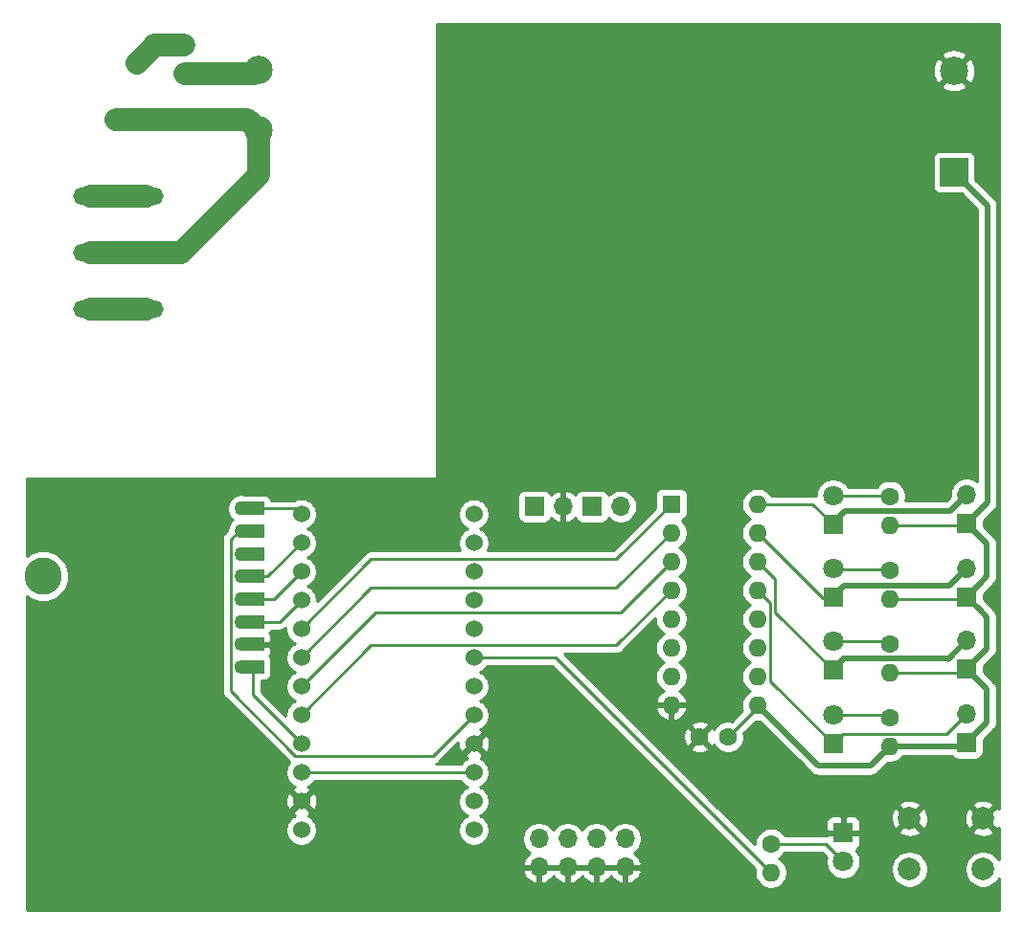
<source format=gbr>
%TF.GenerationSoftware,KiCad,Pcbnew,(5.1.9)-1*%
%TF.CreationDate,2021-03-16T20:09:15+01:00*%
%TF.ProjectId,HB-Uni-SenDose-4,48422d55-6e69-42d5-9365-6e446f73652d,rev?*%
%TF.SameCoordinates,Original*%
%TF.FileFunction,Copper,L1,Top*%
%TF.FilePolarity,Positive*%
%FSLAX46Y46*%
G04 Gerber Fmt 4.6, Leading zero omitted, Abs format (unit mm)*
G04 Created by KiCad (PCBNEW (5.1.9)-1) date 2021-03-16 20:09:15*
%MOMM*%
%LPD*%
G01*
G04 APERTURE LIST*
%TA.AperFunction,ComponentPad*%
%ADD10C,1.800000*%
%TD*%
%TA.AperFunction,ComponentPad*%
%ADD11R,1.800000X1.800000*%
%TD*%
%TA.AperFunction,ComponentPad*%
%ADD12O,1.400000X1.400000*%
%TD*%
%TA.AperFunction,ComponentPad*%
%ADD13C,1.400000*%
%TD*%
%TA.AperFunction,ComponentPad*%
%ADD14C,1.600000*%
%TD*%
%TA.AperFunction,ComponentPad*%
%ADD15O,1.700000X1.700000*%
%TD*%
%TA.AperFunction,ComponentPad*%
%ADD16R,1.700000X1.700000*%
%TD*%
%TA.AperFunction,ComponentPad*%
%ADD17C,2.500000*%
%TD*%
%TA.AperFunction,ComponentPad*%
%ADD18R,2.500000X2.500000*%
%TD*%
%TA.AperFunction,ComponentPad*%
%ADD19O,1.600000X1.600000*%
%TD*%
%TA.AperFunction,ComponentPad*%
%ADD20R,1.600000X1.600000*%
%TD*%
%TA.AperFunction,ComponentPad*%
%ADD21O,3.000000X1.500000*%
%TD*%
%TA.AperFunction,ComponentPad*%
%ADD22O,1.270000X1.270000*%
%TD*%
%TA.AperFunction,ComponentPad*%
%ADD23C,1.270000*%
%TD*%
%TA.AperFunction,WasherPad*%
%ADD24C,3.300000*%
%TD*%
%TA.AperFunction,SMDPad,CuDef*%
%ADD25R,2.000000X1.200000*%
%TD*%
%TA.AperFunction,ComponentPad*%
%ADD26C,1.524000*%
%TD*%
%TA.AperFunction,ComponentPad*%
%ADD27C,2.000000*%
%TD*%
%TA.AperFunction,Conductor*%
%ADD28C,2.000000*%
%TD*%
%TA.AperFunction,Conductor*%
%ADD29C,0.250000*%
%TD*%
%TA.AperFunction,Conductor*%
%ADD30C,0.500000*%
%TD*%
%TA.AperFunction,Conductor*%
%ADD31C,0.254000*%
%TD*%
%TA.AperFunction,Conductor*%
%ADD32C,0.100000*%
%TD*%
G04 APERTURE END LIST*
D10*
%TO.P,D4,2*%
%TO.N,Net-(D4-Pad2)*%
X152900000Y-111010000D03*
D11*
%TO.P,D4,1*%
%TO.N,/Pump4*%
X152900000Y-113550000D03*
%TD*%
D12*
%TO.P,SR1,2*%
%TO.N,Net-(RV1-Pad1)*%
X95600000Y-51810000D03*
D13*
%TO.P,SR1,1*%
%TO.N,Net-(PS1-Pad1)*%
X95600000Y-54350000D03*
%TD*%
D14*
%TO.P,RV1,2*%
%TO.N,Net-(PS1-Pad2)*%
X89500000Y-58400000D03*
%TO.P,RV1,1*%
%TO.N,Net-(RV1-Pad1)*%
X91400000Y-53400000D03*
%TD*%
%TO.P,C1,2*%
%TO.N,/+12V*%
X143600000Y-113000000D03*
%TO.P,C1,1*%
%TO.N,GND*%
X141100000Y-113000000D03*
%TD*%
D15*
%TO.P,Pump4,2*%
%TO.N,/Pump4*%
X164700000Y-110960000D03*
D16*
%TO.P,Pump4,1*%
%TO.N,/+12V*%
X164700000Y-113500000D03*
%TD*%
D15*
%TO.P,Pump3,2*%
%TO.N,/Pump3*%
X164700000Y-104460000D03*
D16*
%TO.P,Pump3,1*%
%TO.N,/+12V*%
X164700000Y-107000000D03*
%TD*%
D15*
%TO.P,Pump2,2*%
%TO.N,/Pump2*%
X164700000Y-98060000D03*
D16*
%TO.P,Pump2,1*%
%TO.N,/+12V*%
X164700000Y-100600000D03*
%TD*%
D15*
%TO.P,Pump1,2*%
%TO.N,/Pump1*%
X164700000Y-91560000D03*
D16*
%TO.P,Pump1,1*%
%TO.N,/+12V*%
X164700000Y-94100000D03*
%TD*%
D17*
%TO.P,PS1,4*%
%TO.N,Net-(PS1-Pad1)*%
X102100000Y-53950000D03*
D18*
%TO.P,PS1,1*%
%TO.N,/+12V*%
X163600000Y-63050000D03*
D17*
%TO.P,PS1,3*%
%TO.N,Net-(PS1-Pad2)*%
X102100000Y-59350000D03*
%TO.P,PS1,2*%
%TO.N,GND*%
X163600000Y-54050000D03*
%TD*%
D19*
%TO.P,U3,16*%
%TO.N,/Pump1*%
X146220000Y-92400000D03*
%TO.P,U3,8*%
%TO.N,GND*%
X138600000Y-110180000D03*
%TO.P,U3,15*%
%TO.N,/Pump2*%
X146220000Y-94940000D03*
%TO.P,U3,7*%
%TO.N,Net-(U3-Pad7)*%
X138600000Y-107640000D03*
%TO.P,U3,14*%
%TO.N,/Pump3*%
X146220000Y-97480000D03*
%TO.P,U3,6*%
%TO.N,Net-(U3-Pad6)*%
X138600000Y-105100000D03*
%TO.P,U3,13*%
%TO.N,/Pump4*%
X146220000Y-100020000D03*
%TO.P,U3,5*%
%TO.N,Net-(U3-Pad5)*%
X138600000Y-102560000D03*
%TO.P,U3,12*%
%TO.N,Net-(U3-Pad12)*%
X146220000Y-102560000D03*
%TO.P,U3,4*%
%TO.N,/A3*%
X138600000Y-100020000D03*
%TO.P,U3,11*%
%TO.N,Net-(U3-Pad11)*%
X146220000Y-105100000D03*
%TO.P,U3,3*%
%TO.N,/A2*%
X138600000Y-97480000D03*
%TO.P,U3,10*%
%TO.N,Net-(U3-Pad10)*%
X146220000Y-107640000D03*
%TO.P,U3,2*%
%TO.N,/A1*%
X138600000Y-94940000D03*
%TO.P,U3,9*%
%TO.N,/+12V*%
X146220000Y-110180000D03*
D20*
%TO.P,U3,1*%
%TO.N,/A0*%
X138600000Y-92400000D03*
%TD*%
D21*
%TO.P,WAGO_236_403,3*%
%TO.N,N/C*%
X87200000Y-75150000D03*
X92200000Y-75150000D03*
%TO.P,WAGO_236_403,2*%
%TO.N,Net-(PS1-Pad2)*%
X87200000Y-70150000D03*
X92200000Y-70150000D03*
%TO.P,WAGO_236_403,1*%
%TO.N,Net-(RV1-Pad1)*%
X87200000Y-65150000D03*
X92200000Y-65150000D03*
%TD*%
D22*
%TO.P,U2,1*%
%TO.N,/VCC*%
X100600000Y-106800000D03*
%TO.P,U2,2*%
%TO.N,GND*%
X100600000Y-104800000D03*
D23*
%TO.P,U2,3*%
%TO.N,/13*%
X100600000Y-102800000D03*
%TO.P,U2,4*%
%TO.N,/12*%
X100600000Y-100800000D03*
%TO.P,U2,5*%
%TO.N,/11*%
X100600000Y-98800000D03*
%TO.P,U2,6*%
%TO.N,Net-(U2-Pad6)*%
X100600000Y-96800000D03*
%TO.P,U2,7*%
%TO.N,/2*%
X100600000Y-94800000D03*
%TO.P,U2,8*%
%TO.N,/10*%
X100600000Y-92800000D03*
D24*
%TO.P,U2,*%
%TO.N,*%
X83074000Y-98784000D03*
D25*
%TO.P,U2,1*%
%TO.N,/VCC*%
X101600000Y-106800000D03*
%TO.P,U2,2*%
%TO.N,GND*%
X101600000Y-104800000D03*
%TO.P,U2,3*%
%TO.N,/13*%
X101600000Y-102800000D03*
%TO.P,U2,4*%
%TO.N,/12*%
X101600000Y-100800000D03*
%TO.P,U2,5*%
%TO.N,/11*%
X101600000Y-98800000D03*
%TO.P,U2,6*%
%TO.N,Net-(U2-Pad6)*%
X101600000Y-96800000D03*
%TO.P,U2,7*%
%TO.N,/2*%
X101600000Y-94800000D03*
%TO.P,U2,8*%
%TO.N,/10*%
X101600000Y-92800000D03*
%TD*%
D26*
%TO.P,U1,TXD*%
%TO.N,Net-(U1-PadTXD)*%
X121140000Y-121220000D03*
%TO.P,U1,RXD*%
%TO.N,Net-(U1-PadRXD)*%
X121140000Y-118680000D03*
%TO.P,U1,RST*%
%TO.N,Net-(U1-PadRST)*%
X121140000Y-116140000D03*
%TO.P,U1,GND*%
%TO.N,GND*%
X121140000Y-113600000D03*
%TO.P,U1,2*%
%TO.N,/2*%
X121140000Y-111060000D03*
%TO.P,U1,3*%
%TO.N,Net-(U1-Pad3)*%
X121140000Y-108520000D03*
%TO.P,U1,4*%
%TO.N,/4*%
X121140000Y-105980000D03*
%TO.P,U1,5*%
%TO.N,/5*%
X121140000Y-103440000D03*
%TO.P,U1,6*%
%TO.N,/6*%
X121140000Y-100900000D03*
%TO.P,U1,7*%
%TO.N,/7*%
X121140000Y-98360000D03*
%TO.P,U1,8*%
%TO.N,/8*%
X121140000Y-95820000D03*
%TO.P,U1,9*%
%TO.N,/9*%
X121140000Y-93280000D03*
%TO.P,U1,10*%
%TO.N,/10*%
X105900000Y-93280000D03*
%TO.P,U1,11*%
%TO.N,/11*%
X105900000Y-95820000D03*
%TO.P,U1,12*%
%TO.N,/12*%
X105900000Y-98360000D03*
%TO.P,U1,13*%
%TO.N,/13*%
X105900000Y-100900000D03*
%TO.P,U1,A0*%
%TO.N,/A0*%
X105900000Y-103440000D03*
%TO.P,U1,A1*%
%TO.N,/A1*%
X105900000Y-105980000D03*
%TO.P,U1,A2*%
%TO.N,/A2*%
X105900000Y-108520000D03*
%TO.P,U1,A3*%
%TO.N,/A3*%
X105900000Y-111060000D03*
%TO.P,U1,VCC*%
%TO.N,/VCC*%
X105900000Y-113600000D03*
%TO.P,U1,RST*%
%TO.N,Net-(U1-PadRST)*%
X105900000Y-116140000D03*
%TO.P,U1,GND*%
%TO.N,GND*%
X105900000Y-118680000D03*
%TO.P,U1,RAW*%
%TO.N,/+5V*%
X105900000Y-121220000D03*
%TD*%
D27*
%TO.P,SW1,1*%
%TO.N,/8*%
X159650000Y-124700000D03*
%TO.P,SW1,2*%
%TO.N,GND*%
X159650000Y-120200000D03*
%TO.P,SW1,1*%
%TO.N,/8*%
X166150000Y-124700000D03*
%TO.P,SW1,2*%
%TO.N,GND*%
X166150000Y-120200000D03*
%TD*%
D19*
%TO.P,R5,2*%
%TO.N,/4*%
X147400000Y-124990000D03*
D14*
%TO.P,R5,1*%
%TO.N,Net-(D5-Pad2)*%
X147400000Y-122450000D03*
%TD*%
D19*
%TO.P,R4,2*%
%TO.N,/+12V*%
X157900000Y-113840000D03*
D14*
%TO.P,R4,1*%
%TO.N,Net-(D4-Pad2)*%
X157900000Y-111300000D03*
%TD*%
D19*
%TO.P,R3,2*%
%TO.N,/+12V*%
X157900000Y-107340000D03*
D14*
%TO.P,R3,1*%
%TO.N,Net-(D3-Pad2)*%
X157900000Y-104800000D03*
%TD*%
D19*
%TO.P,R2,2*%
%TO.N,/+12V*%
X157900000Y-100840000D03*
D14*
%TO.P,R2,1*%
%TO.N,Net-(D2-Pad2)*%
X157900000Y-98300000D03*
%TD*%
D19*
%TO.P,R1,2*%
%TO.N,/+12V*%
X157900000Y-94240000D03*
D14*
%TO.P,R1,1*%
%TO.N,Net-(D1-Pad2)*%
X157900000Y-91700000D03*
%TD*%
D15*
%TO.P,J6,8*%
%TO.N,GND*%
X134520000Y-124540000D03*
%TO.P,J6,7*%
%TO.N,/9*%
X134520000Y-122000000D03*
%TO.P,J6,6*%
%TO.N,GND*%
X131980000Y-124540000D03*
%TO.P,J6,5*%
%TO.N,/7*%
X131980000Y-122000000D03*
%TO.P,J6,4*%
%TO.N,GND*%
X129440000Y-124540000D03*
%TO.P,J6,3*%
%TO.N,/6*%
X129440000Y-122000000D03*
%TO.P,J6,2*%
%TO.N,GND*%
X126900000Y-124540000D03*
%TO.P,J6,1*%
%TO.N,/5*%
X126900000Y-122000000D03*
%TD*%
%TO.P,J1,4*%
%TO.N,Net-(J1-Pad4)*%
X134120000Y-92600000D03*
D16*
%TO.P,J1,3*%
%TO.N,/+12V*%
X131580000Y-92600000D03*
D15*
%TO.P,J1,2*%
%TO.N,GND*%
X129040000Y-92600000D03*
D16*
%TO.P,J1,1*%
%TO.N,/+5V*%
X126500000Y-92600000D03*
%TD*%
D10*
%TO.P,D5,2*%
%TO.N,Net-(D5-Pad2)*%
X153800000Y-124040000D03*
D11*
%TO.P,D5,1*%
%TO.N,GND*%
X153800000Y-121500000D03*
%TD*%
D10*
%TO.P,D3,2*%
%TO.N,Net-(D3-Pad2)*%
X152900000Y-104560000D03*
D11*
%TO.P,D3,1*%
%TO.N,/Pump3*%
X152900000Y-107100000D03*
%TD*%
D10*
%TO.P,D2,2*%
%TO.N,Net-(D2-Pad2)*%
X152900000Y-98100000D03*
D11*
%TO.P,D2,1*%
%TO.N,/Pump2*%
X152900000Y-100640000D03*
%TD*%
D10*
%TO.P,D1,2*%
%TO.N,Net-(D1-Pad2)*%
X152900000Y-91660000D03*
D11*
%TO.P,D1,1*%
%TO.N,/Pump1*%
X152900000Y-94200000D03*
%TD*%
D28*
%TO.N,*%
X87200000Y-75150000D02*
X92200000Y-75150000D01*
D29*
%TO.N,Net-(D1-Pad2)*%
X157860000Y-91660000D02*
X157900000Y-91700000D01*
X152900000Y-91660000D02*
X157860000Y-91660000D01*
%TO.N,Net-(D2-Pad2)*%
X157760000Y-98160000D02*
X157900000Y-98300000D01*
X152900000Y-98160000D02*
X157760000Y-98160000D01*
%TO.N,Net-(D3-Pad2)*%
X157660000Y-104560000D02*
X157900000Y-104800000D01*
X152900000Y-104560000D02*
X157660000Y-104560000D01*
%TO.N,Net-(D4-Pad2)*%
X157660000Y-111060000D02*
X157900000Y-111300000D01*
X152900000Y-111060000D02*
X157660000Y-111060000D01*
%TO.N,Net-(D5-Pad2)*%
X152210000Y-122450000D02*
X153800000Y-124040000D01*
X147400000Y-122450000D02*
X152210000Y-122450000D01*
%TO.N,Net-(PS1-Pad1)*%
X102050000Y-54000000D02*
X102100000Y-53950000D01*
D28*
X101700000Y-54350000D02*
X102100000Y-53950000D01*
X95600000Y-54350000D02*
X101700000Y-54350000D01*
%TO.N,Net-(PS1-Pad2)*%
X87200000Y-70150000D02*
X92200000Y-70150000D01*
X101750000Y-59000000D02*
X102100000Y-59350000D01*
X101150000Y-58400000D02*
X102100000Y-59350000D01*
X89500000Y-58400000D02*
X101150000Y-58400000D01*
X102100000Y-59350000D02*
X102100000Y-63300000D01*
X95250000Y-70150000D02*
X92200000Y-70150000D01*
X102100000Y-63300000D02*
X95250000Y-70150000D01*
D29*
%TO.N,/A0*%
X133727001Y-97272999D02*
X138600000Y-92400000D01*
X112067001Y-97272999D02*
X133727001Y-97272999D01*
X105900000Y-103440000D02*
X112067001Y-97272999D01*
%TO.N,/A1*%
X133727001Y-99812999D02*
X138600000Y-94940000D01*
X112067001Y-99812999D02*
X133727001Y-99812999D01*
X105900000Y-105980000D02*
X112067001Y-99812999D01*
%TO.N,/A2*%
X134092999Y-101987001D02*
X138600000Y-97480000D01*
X112432999Y-101987001D02*
X134092999Y-101987001D01*
X105900000Y-108520000D02*
X112432999Y-101987001D01*
%TO.N,/A3*%
X133727001Y-104892999D02*
X138600000Y-100020000D01*
X112067001Y-104892999D02*
X133727001Y-104892999D01*
X105900000Y-111060000D02*
X112067001Y-104892999D01*
%TO.N,/4*%
X128390000Y-105980000D02*
X147400000Y-124990000D01*
X121140000Y-105980000D02*
X128390000Y-105980000D01*
%TO.N,Net-(U1-PadRST)*%
X105900000Y-116140000D02*
X121140000Y-116140000D01*
%TO.N,/2*%
X101667001Y-94732999D02*
X101600000Y-94800000D01*
X117512999Y-114687001D02*
X121140000Y-111060000D01*
X105378239Y-114687001D02*
X117512999Y-114687001D01*
X99639999Y-108948761D02*
X105378239Y-114687001D01*
X99639999Y-95510001D02*
X99639999Y-108948761D01*
X100350000Y-94800000D02*
X99639999Y-95510001D01*
X101600000Y-94800000D02*
X100350000Y-94800000D01*
%TO.N,/10*%
X105420000Y-92800000D02*
X105900000Y-93280000D01*
X101600000Y-92800000D02*
X105420000Y-92800000D01*
%TO.N,/11*%
X102920000Y-98800000D02*
X105900000Y-95820000D01*
X101600000Y-98800000D02*
X102920000Y-98800000D01*
%TO.N,/12*%
X103460000Y-100800000D02*
X105900000Y-98360000D01*
X101600000Y-100800000D02*
X103460000Y-100800000D01*
%TO.N,/13*%
X104000000Y-102800000D02*
X105900000Y-100900000D01*
X101600000Y-102800000D02*
X104000000Y-102800000D01*
%TO.N,/VCC*%
X101600000Y-109300000D02*
X105900000Y-113600000D01*
X101600000Y-106800000D02*
X101600000Y-109300000D01*
D30*
%TO.N,/+12V*%
X165875001Y-92924999D02*
X164700000Y-94100000D01*
X163600000Y-63050000D02*
X165875001Y-65325001D01*
X165875001Y-99424999D02*
X164700000Y-100600000D01*
X164700000Y-94100000D02*
X165875001Y-95275001D01*
X165875001Y-105824999D02*
X164700000Y-107000000D01*
X164700000Y-100600000D02*
X165875001Y-101775001D01*
X165875001Y-112324999D02*
X164700000Y-113500000D01*
X164700000Y-107000000D02*
X165875001Y-108175001D01*
D29*
X164560000Y-94240000D02*
X164700000Y-94100000D01*
X157900000Y-94240000D02*
X164560000Y-94240000D01*
X164460000Y-100840000D02*
X164700000Y-100600000D01*
X157900000Y-100840000D02*
X164460000Y-100840000D01*
X164360000Y-113840000D02*
X164700000Y-113500000D01*
D30*
X157900000Y-113840000D02*
X164360000Y-113840000D01*
X156914999Y-114825001D02*
X157900000Y-113840000D01*
X146220000Y-110180000D02*
X150865001Y-114825001D01*
D29*
X146220000Y-110380000D02*
X146220000Y-110180000D01*
X143600000Y-113000000D02*
X146220000Y-110380000D01*
D30*
X166550000Y-92250000D02*
X165875001Y-92924999D01*
X166550000Y-66000000D02*
X166550000Y-92250000D01*
X165875001Y-65325001D02*
X166550000Y-66000000D01*
X166500000Y-95900000D02*
X166500000Y-98800000D01*
X166500000Y-98800000D02*
X165875001Y-99424999D01*
X165875001Y-95275001D02*
X166500000Y-95900000D01*
X166500000Y-102400000D02*
X166500000Y-105200000D01*
X166500000Y-105200000D02*
X165875001Y-105824999D01*
X165875001Y-101775001D02*
X166500000Y-102400000D01*
X166500000Y-111700000D02*
X165875001Y-112324999D01*
X166500000Y-108800000D02*
X166500000Y-111700000D01*
X165875001Y-108175001D02*
X166500000Y-108800000D01*
D29*
X156914999Y-114825001D02*
X156914999Y-114835001D01*
D30*
X156914999Y-114835001D02*
X156200000Y-115550000D01*
X151590000Y-115550000D02*
X150865001Y-114825001D01*
X156200000Y-115550000D02*
X151590000Y-115550000D01*
D29*
X164360000Y-107340000D02*
X164700000Y-107000000D01*
X157900000Y-107340000D02*
X164360000Y-107340000D01*
%TO.N,/Pump1*%
X151100000Y-92400000D02*
X152900000Y-94200000D01*
X146220000Y-92400000D02*
X151100000Y-92400000D01*
D30*
X153985001Y-92975000D02*
X163145001Y-92975000D01*
X163285000Y-92975000D02*
X164700000Y-91560000D01*
D29*
X163145001Y-92975000D02*
X163285000Y-92975000D01*
D30*
X152900000Y-94060001D02*
X153985001Y-92975000D01*
D29*
X152900000Y-94200000D02*
X152900000Y-94060001D01*
%TO.N,/Pump2*%
X151980000Y-100700000D02*
X152900000Y-100700000D01*
X146220000Y-94940000D02*
X151980000Y-100700000D01*
D30*
X153885001Y-99575000D02*
X163045001Y-99575000D01*
X152900000Y-100560001D02*
X153885001Y-99575000D01*
D29*
X163185000Y-99575000D02*
X163045001Y-99575000D01*
D30*
X164700000Y-98060000D02*
X163185000Y-99575000D01*
D29*
%TO.N,/Pump3*%
X147795010Y-101995010D02*
X152900000Y-107100000D01*
X147795010Y-99055010D02*
X147795010Y-101995010D01*
X146220000Y-97480000D02*
X147795010Y-99055010D01*
D30*
X153800000Y-106075000D02*
X162960000Y-106075000D01*
X163060000Y-106100000D02*
X164700000Y-104460000D01*
D29*
X162960000Y-106100000D02*
X163060000Y-106100000D01*
D30*
X152900000Y-107000000D02*
X153800000Y-106100000D01*
X152900000Y-107100000D02*
X152900000Y-107000000D01*
D29*
%TO.N,/Pump4*%
X147345001Y-101145001D02*
X147345001Y-108045001D01*
X147345001Y-108045001D02*
X152900000Y-113600000D01*
X146220000Y-100020000D02*
X147345001Y-101145001D01*
X162945001Y-112714999D02*
X164700000Y-110960000D01*
X153785001Y-112714999D02*
X162945001Y-112714999D01*
X152900000Y-113600000D02*
X153785001Y-112714999D01*
D28*
%TO.N,Net-(RV1-Pad1)*%
X87200000Y-65150000D02*
X92200000Y-65150000D01*
X91400000Y-53400000D02*
X92990000Y-51810000D01*
X92900000Y-51800000D02*
X95510000Y-51800000D01*
%TD*%
D31*
%TO.N,GND*%
X167540000Y-119336401D02*
X167285413Y-119244192D01*
X166329605Y-120200000D01*
X167285413Y-121155808D01*
X167540000Y-121063599D01*
X167540000Y-123837360D01*
X167419987Y-123657748D01*
X167192252Y-123430013D01*
X166924463Y-123251082D01*
X166626912Y-123127832D01*
X166311033Y-123065000D01*
X165988967Y-123065000D01*
X165673088Y-123127832D01*
X165375537Y-123251082D01*
X165107748Y-123430013D01*
X164880013Y-123657748D01*
X164701082Y-123925537D01*
X164577832Y-124223088D01*
X164515000Y-124538967D01*
X164515000Y-124861033D01*
X164577832Y-125176912D01*
X164701082Y-125474463D01*
X164880013Y-125742252D01*
X165107748Y-125969987D01*
X165375537Y-126148918D01*
X165673088Y-126272168D01*
X165988967Y-126335000D01*
X166311033Y-126335000D01*
X166626912Y-126272168D01*
X166924463Y-126148918D01*
X167192252Y-125969987D01*
X167419987Y-125742252D01*
X167540000Y-125562640D01*
X167540000Y-128340000D01*
X81660000Y-128340000D01*
X81660000Y-124896891D01*
X125458519Y-124896891D01*
X125555843Y-125171252D01*
X125704822Y-125421355D01*
X125899731Y-125637588D01*
X126133080Y-125811641D01*
X126395901Y-125936825D01*
X126543110Y-125981476D01*
X126773000Y-125860155D01*
X126773000Y-124667000D01*
X127027000Y-124667000D01*
X127027000Y-125860155D01*
X127256890Y-125981476D01*
X127404099Y-125936825D01*
X127666920Y-125811641D01*
X127900269Y-125637588D01*
X128095178Y-125421355D01*
X128170000Y-125295745D01*
X128244822Y-125421355D01*
X128439731Y-125637588D01*
X128673080Y-125811641D01*
X128935901Y-125936825D01*
X129083110Y-125981476D01*
X129313000Y-125860155D01*
X129313000Y-124667000D01*
X129567000Y-124667000D01*
X129567000Y-125860155D01*
X129796890Y-125981476D01*
X129944099Y-125936825D01*
X130206920Y-125811641D01*
X130440269Y-125637588D01*
X130635178Y-125421355D01*
X130710000Y-125295745D01*
X130784822Y-125421355D01*
X130979731Y-125637588D01*
X131213080Y-125811641D01*
X131475901Y-125936825D01*
X131623110Y-125981476D01*
X131853000Y-125860155D01*
X131853000Y-124667000D01*
X132107000Y-124667000D01*
X132107000Y-125860155D01*
X132336890Y-125981476D01*
X132484099Y-125936825D01*
X132746920Y-125811641D01*
X132980269Y-125637588D01*
X133175178Y-125421355D01*
X133250000Y-125295745D01*
X133324822Y-125421355D01*
X133519731Y-125637588D01*
X133753080Y-125811641D01*
X134015901Y-125936825D01*
X134163110Y-125981476D01*
X134393000Y-125860155D01*
X134393000Y-124667000D01*
X134647000Y-124667000D01*
X134647000Y-125860155D01*
X134876890Y-125981476D01*
X135024099Y-125936825D01*
X135286920Y-125811641D01*
X135520269Y-125637588D01*
X135715178Y-125421355D01*
X135864157Y-125171252D01*
X135961481Y-124896891D01*
X135840814Y-124667000D01*
X134647000Y-124667000D01*
X134393000Y-124667000D01*
X132107000Y-124667000D01*
X131853000Y-124667000D01*
X129567000Y-124667000D01*
X129313000Y-124667000D01*
X127027000Y-124667000D01*
X126773000Y-124667000D01*
X125579186Y-124667000D01*
X125458519Y-124896891D01*
X81660000Y-124896891D01*
X81660000Y-121082408D01*
X104503000Y-121082408D01*
X104503000Y-121357592D01*
X104556686Y-121627490D01*
X104661995Y-121881727D01*
X104814880Y-122110535D01*
X105009465Y-122305120D01*
X105238273Y-122458005D01*
X105492510Y-122563314D01*
X105762408Y-122617000D01*
X106037592Y-122617000D01*
X106307490Y-122563314D01*
X106561727Y-122458005D01*
X106790535Y-122305120D01*
X106985120Y-122110535D01*
X107138005Y-121881727D01*
X107243314Y-121627490D01*
X107297000Y-121357592D01*
X107297000Y-121082408D01*
X107243314Y-120812510D01*
X107138005Y-120558273D01*
X106985120Y-120329465D01*
X106790535Y-120134880D01*
X106561727Y-119981995D01*
X106490057Y-119952308D01*
X106503023Y-119947636D01*
X106618980Y-119885656D01*
X106685960Y-119645565D01*
X105900000Y-118859605D01*
X105114040Y-119645565D01*
X105181020Y-119885656D01*
X105316760Y-119949485D01*
X105238273Y-119981995D01*
X105009465Y-120134880D01*
X104814880Y-120329465D01*
X104661995Y-120558273D01*
X104556686Y-120812510D01*
X104503000Y-121082408D01*
X81660000Y-121082408D01*
X81660000Y-118752017D01*
X104498090Y-118752017D01*
X104539078Y-119024133D01*
X104632364Y-119283023D01*
X104694344Y-119398980D01*
X104934435Y-119465960D01*
X105720395Y-118680000D01*
X106079605Y-118680000D01*
X106865565Y-119465960D01*
X107105656Y-119398980D01*
X107222756Y-119149952D01*
X107289023Y-118882865D01*
X107301910Y-118607983D01*
X107260922Y-118335867D01*
X107167636Y-118076977D01*
X107105656Y-117961020D01*
X106865565Y-117894040D01*
X106079605Y-118680000D01*
X105720395Y-118680000D01*
X104934435Y-117894040D01*
X104694344Y-117961020D01*
X104577244Y-118210048D01*
X104510977Y-118477135D01*
X104498090Y-118752017D01*
X81660000Y-118752017D01*
X81660000Y-100587341D01*
X81991647Y-100808941D01*
X82407490Y-100981189D01*
X82848947Y-101069000D01*
X83299053Y-101069000D01*
X83740510Y-100981189D01*
X84156353Y-100808941D01*
X84530603Y-100558875D01*
X84848875Y-100240603D01*
X85098941Y-99866353D01*
X85271189Y-99450510D01*
X85359000Y-99009053D01*
X85359000Y-98558947D01*
X85271189Y-98117490D01*
X85098941Y-97701647D01*
X84848875Y-97327397D01*
X84530603Y-97009125D01*
X84156353Y-96759059D01*
X83740510Y-96586811D01*
X83299053Y-96499000D01*
X82848947Y-96499000D01*
X82407490Y-96586811D01*
X81991647Y-96759059D01*
X81660000Y-96980659D01*
X81660000Y-95510001D01*
X98876323Y-95510001D01*
X98879999Y-95547323D01*
X98880000Y-108911429D01*
X98876323Y-108948761D01*
X98890997Y-109097746D01*
X98934453Y-109241007D01*
X99005025Y-109373037D01*
X99076200Y-109459763D01*
X99099999Y-109488762D01*
X99128997Y-109512560D01*
X104814440Y-115198004D01*
X104837835Y-115226510D01*
X104814880Y-115249465D01*
X104661995Y-115478273D01*
X104556686Y-115732510D01*
X104503000Y-116002408D01*
X104503000Y-116277592D01*
X104556686Y-116547490D01*
X104661995Y-116801727D01*
X104814880Y-117030535D01*
X105009465Y-117225120D01*
X105238273Y-117378005D01*
X105309943Y-117407692D01*
X105296977Y-117412364D01*
X105181020Y-117474344D01*
X105114040Y-117714435D01*
X105900000Y-118500395D01*
X106685960Y-117714435D01*
X106618980Y-117474344D01*
X106483240Y-117410515D01*
X106561727Y-117378005D01*
X106790535Y-117225120D01*
X106985120Y-117030535D01*
X107072341Y-116900000D01*
X119967659Y-116900000D01*
X120054880Y-117030535D01*
X120249465Y-117225120D01*
X120478273Y-117378005D01*
X120555515Y-117410000D01*
X120478273Y-117441995D01*
X120249465Y-117594880D01*
X120054880Y-117789465D01*
X119901995Y-118018273D01*
X119796686Y-118272510D01*
X119743000Y-118542408D01*
X119743000Y-118817592D01*
X119796686Y-119087490D01*
X119901995Y-119341727D01*
X120054880Y-119570535D01*
X120249465Y-119765120D01*
X120478273Y-119918005D01*
X120555515Y-119950000D01*
X120478273Y-119981995D01*
X120249465Y-120134880D01*
X120054880Y-120329465D01*
X119901995Y-120558273D01*
X119796686Y-120812510D01*
X119743000Y-121082408D01*
X119743000Y-121357592D01*
X119796686Y-121627490D01*
X119901995Y-121881727D01*
X120054880Y-122110535D01*
X120249465Y-122305120D01*
X120478273Y-122458005D01*
X120732510Y-122563314D01*
X121002408Y-122617000D01*
X121277592Y-122617000D01*
X121547490Y-122563314D01*
X121801727Y-122458005D01*
X122030535Y-122305120D01*
X122225120Y-122110535D01*
X122378005Y-121881727D01*
X122389597Y-121853740D01*
X125415000Y-121853740D01*
X125415000Y-122146260D01*
X125472068Y-122433158D01*
X125584010Y-122703411D01*
X125746525Y-122946632D01*
X125953368Y-123153475D01*
X126129406Y-123271100D01*
X125899731Y-123442412D01*
X125704822Y-123658645D01*
X125555843Y-123908748D01*
X125458519Y-124183109D01*
X125579186Y-124413000D01*
X126773000Y-124413000D01*
X126773000Y-124393000D01*
X127027000Y-124393000D01*
X127027000Y-124413000D01*
X129313000Y-124413000D01*
X129313000Y-124393000D01*
X129567000Y-124393000D01*
X129567000Y-124413000D01*
X131853000Y-124413000D01*
X131853000Y-124393000D01*
X132107000Y-124393000D01*
X132107000Y-124413000D01*
X134393000Y-124413000D01*
X134393000Y-124393000D01*
X134647000Y-124393000D01*
X134647000Y-124413000D01*
X135840814Y-124413000D01*
X135961481Y-124183109D01*
X135864157Y-123908748D01*
X135715178Y-123658645D01*
X135520269Y-123442412D01*
X135290594Y-123271100D01*
X135466632Y-123153475D01*
X135673475Y-122946632D01*
X135835990Y-122703411D01*
X135947932Y-122433158D01*
X136005000Y-122146260D01*
X136005000Y-121853740D01*
X135947932Y-121566842D01*
X135835990Y-121296589D01*
X135673475Y-121053368D01*
X135466632Y-120846525D01*
X135223411Y-120684010D01*
X134953158Y-120572068D01*
X134666260Y-120515000D01*
X134373740Y-120515000D01*
X134086842Y-120572068D01*
X133816589Y-120684010D01*
X133573368Y-120846525D01*
X133366525Y-121053368D01*
X133250000Y-121227760D01*
X133133475Y-121053368D01*
X132926632Y-120846525D01*
X132683411Y-120684010D01*
X132413158Y-120572068D01*
X132126260Y-120515000D01*
X131833740Y-120515000D01*
X131546842Y-120572068D01*
X131276589Y-120684010D01*
X131033368Y-120846525D01*
X130826525Y-121053368D01*
X130710000Y-121227760D01*
X130593475Y-121053368D01*
X130386632Y-120846525D01*
X130143411Y-120684010D01*
X129873158Y-120572068D01*
X129586260Y-120515000D01*
X129293740Y-120515000D01*
X129006842Y-120572068D01*
X128736589Y-120684010D01*
X128493368Y-120846525D01*
X128286525Y-121053368D01*
X128170000Y-121227760D01*
X128053475Y-121053368D01*
X127846632Y-120846525D01*
X127603411Y-120684010D01*
X127333158Y-120572068D01*
X127046260Y-120515000D01*
X126753740Y-120515000D01*
X126466842Y-120572068D01*
X126196589Y-120684010D01*
X125953368Y-120846525D01*
X125746525Y-121053368D01*
X125584010Y-121296589D01*
X125472068Y-121566842D01*
X125415000Y-121853740D01*
X122389597Y-121853740D01*
X122483314Y-121627490D01*
X122537000Y-121357592D01*
X122537000Y-121082408D01*
X122483314Y-120812510D01*
X122378005Y-120558273D01*
X122225120Y-120329465D01*
X122030535Y-120134880D01*
X121801727Y-119981995D01*
X121724485Y-119950000D01*
X121801727Y-119918005D01*
X122030535Y-119765120D01*
X122225120Y-119570535D01*
X122378005Y-119341727D01*
X122483314Y-119087490D01*
X122537000Y-118817592D01*
X122537000Y-118542408D01*
X122483314Y-118272510D01*
X122378005Y-118018273D01*
X122225120Y-117789465D01*
X122030535Y-117594880D01*
X121801727Y-117441995D01*
X121724485Y-117410000D01*
X121801727Y-117378005D01*
X122030535Y-117225120D01*
X122225120Y-117030535D01*
X122378005Y-116801727D01*
X122483314Y-116547490D01*
X122537000Y-116277592D01*
X122537000Y-116002408D01*
X122483314Y-115732510D01*
X122378005Y-115478273D01*
X122225120Y-115249465D01*
X122030535Y-115054880D01*
X121801727Y-114901995D01*
X121730057Y-114872308D01*
X121743023Y-114867636D01*
X121858980Y-114805656D01*
X121925960Y-114565565D01*
X121140000Y-113779605D01*
X120354040Y-114565565D01*
X120421020Y-114805656D01*
X120556760Y-114869485D01*
X120478273Y-114901995D01*
X120249465Y-115054880D01*
X120054880Y-115249465D01*
X119967659Y-115380000D01*
X117828719Y-115380000D01*
X117937275Y-115321975D01*
X118053000Y-115227002D01*
X118076803Y-115197998D01*
X119744745Y-113530056D01*
X119738090Y-113672017D01*
X119779078Y-113944133D01*
X119872364Y-114203023D01*
X119934344Y-114318980D01*
X120174435Y-114385960D01*
X120960395Y-113600000D01*
X121319605Y-113600000D01*
X122105565Y-114385960D01*
X122345656Y-114318980D01*
X122462756Y-114069952D01*
X122529023Y-113802865D01*
X122541910Y-113527983D01*
X122500922Y-113255867D01*
X122407636Y-112996977D01*
X122345656Y-112881020D01*
X122105565Y-112814040D01*
X121319605Y-113600000D01*
X120960395Y-113600000D01*
X120946253Y-113585858D01*
X121125858Y-113406253D01*
X121140000Y-113420395D01*
X121925960Y-112634435D01*
X121858980Y-112394344D01*
X121723240Y-112330515D01*
X121801727Y-112298005D01*
X122030535Y-112145120D01*
X122225120Y-111950535D01*
X122378005Y-111721727D01*
X122483314Y-111467490D01*
X122537000Y-111197592D01*
X122537000Y-110922408D01*
X122483314Y-110652510D01*
X122378005Y-110398273D01*
X122225120Y-110169465D01*
X122030535Y-109974880D01*
X121801727Y-109821995D01*
X121724485Y-109790000D01*
X121801727Y-109758005D01*
X122030535Y-109605120D01*
X122225120Y-109410535D01*
X122378005Y-109181727D01*
X122483314Y-108927490D01*
X122537000Y-108657592D01*
X122537000Y-108382408D01*
X122483314Y-108112510D01*
X122378005Y-107858273D01*
X122225120Y-107629465D01*
X122030535Y-107434880D01*
X121801727Y-107281995D01*
X121724485Y-107250000D01*
X121801727Y-107218005D01*
X122030535Y-107065120D01*
X122225120Y-106870535D01*
X122312341Y-106740000D01*
X128075199Y-106740000D01*
X146001312Y-124666114D01*
X145965000Y-124848665D01*
X145965000Y-125131335D01*
X146020147Y-125408574D01*
X146128320Y-125669727D01*
X146285363Y-125904759D01*
X146485241Y-126104637D01*
X146720273Y-126261680D01*
X146981426Y-126369853D01*
X147258665Y-126425000D01*
X147541335Y-126425000D01*
X147818574Y-126369853D01*
X148079727Y-126261680D01*
X148314759Y-126104637D01*
X148514637Y-125904759D01*
X148671680Y-125669727D01*
X148779853Y-125408574D01*
X148835000Y-125131335D01*
X148835000Y-124848665D01*
X148779853Y-124571426D01*
X148671680Y-124310273D01*
X148514637Y-124075241D01*
X148314759Y-123875363D01*
X148082241Y-123720000D01*
X148314759Y-123564637D01*
X148514637Y-123364759D01*
X148618043Y-123210000D01*
X151895199Y-123210000D01*
X152316269Y-123631070D01*
X152265000Y-123888816D01*
X152265000Y-124191184D01*
X152323989Y-124487743D01*
X152439701Y-124767095D01*
X152607688Y-125018505D01*
X152821495Y-125232312D01*
X153072905Y-125400299D01*
X153352257Y-125516011D01*
X153648816Y-125575000D01*
X153951184Y-125575000D01*
X154247743Y-125516011D01*
X154527095Y-125400299D01*
X154778505Y-125232312D01*
X154992312Y-125018505D01*
X155160299Y-124767095D01*
X155254793Y-124538967D01*
X158015000Y-124538967D01*
X158015000Y-124861033D01*
X158077832Y-125176912D01*
X158201082Y-125474463D01*
X158380013Y-125742252D01*
X158607748Y-125969987D01*
X158875537Y-126148918D01*
X159173088Y-126272168D01*
X159488967Y-126335000D01*
X159811033Y-126335000D01*
X160126912Y-126272168D01*
X160424463Y-126148918D01*
X160692252Y-125969987D01*
X160919987Y-125742252D01*
X161098918Y-125474463D01*
X161222168Y-125176912D01*
X161285000Y-124861033D01*
X161285000Y-124538967D01*
X161222168Y-124223088D01*
X161098918Y-123925537D01*
X160919987Y-123657748D01*
X160692252Y-123430013D01*
X160424463Y-123251082D01*
X160126912Y-123127832D01*
X159811033Y-123065000D01*
X159488967Y-123065000D01*
X159173088Y-123127832D01*
X158875537Y-123251082D01*
X158607748Y-123430013D01*
X158380013Y-123657748D01*
X158201082Y-123925537D01*
X158077832Y-124223088D01*
X158015000Y-124538967D01*
X155254793Y-124538967D01*
X155276011Y-124487743D01*
X155335000Y-124191184D01*
X155335000Y-123888816D01*
X155276011Y-123592257D01*
X155160299Y-123312905D01*
X154992312Y-123061495D01*
X154925873Y-122995056D01*
X154944180Y-122989502D01*
X155054494Y-122930537D01*
X155151185Y-122851185D01*
X155230537Y-122754494D01*
X155289502Y-122644180D01*
X155325812Y-122524482D01*
X155338072Y-122400000D01*
X155335000Y-121785750D01*
X155176250Y-121627000D01*
X153927000Y-121627000D01*
X153927000Y-121647000D01*
X153673000Y-121647000D01*
X153673000Y-121627000D01*
X152423750Y-121627000D01*
X152350581Y-121700169D01*
X152247333Y-121690000D01*
X152247322Y-121690000D01*
X152210000Y-121686324D01*
X152172678Y-121690000D01*
X148618043Y-121690000D01*
X148514637Y-121535241D01*
X148314759Y-121335363D01*
X148079727Y-121178320D01*
X147818574Y-121070147D01*
X147541335Y-121015000D01*
X147258665Y-121015000D01*
X146981426Y-121070147D01*
X146720273Y-121178320D01*
X146485241Y-121335363D01*
X146285363Y-121535241D01*
X146128320Y-121770273D01*
X146020147Y-122031426D01*
X145965000Y-122308665D01*
X145965000Y-122480198D01*
X144084802Y-120600000D01*
X152261928Y-120600000D01*
X152265000Y-121214250D01*
X152423750Y-121373000D01*
X153673000Y-121373000D01*
X153673000Y-120123750D01*
X153927000Y-120123750D01*
X153927000Y-121373000D01*
X155176250Y-121373000D01*
X155213837Y-121335413D01*
X158694192Y-121335413D01*
X158789956Y-121599814D01*
X159079571Y-121740704D01*
X159391108Y-121822384D01*
X159712595Y-121841718D01*
X160031675Y-121797961D01*
X160336088Y-121692795D01*
X160510044Y-121599814D01*
X160605808Y-121335413D01*
X165194192Y-121335413D01*
X165289956Y-121599814D01*
X165579571Y-121740704D01*
X165891108Y-121822384D01*
X166212595Y-121841718D01*
X166531675Y-121797961D01*
X166836088Y-121692795D01*
X167010044Y-121599814D01*
X167105808Y-121335413D01*
X166150000Y-120379605D01*
X165194192Y-121335413D01*
X160605808Y-121335413D01*
X159650000Y-120379605D01*
X158694192Y-121335413D01*
X155213837Y-121335413D01*
X155335000Y-121214250D01*
X155338072Y-120600000D01*
X155325812Y-120475518D01*
X155289502Y-120355820D01*
X155239672Y-120262595D01*
X158008282Y-120262595D01*
X158052039Y-120581675D01*
X158157205Y-120886088D01*
X158250186Y-121060044D01*
X158514587Y-121155808D01*
X159470395Y-120200000D01*
X159829605Y-120200000D01*
X160785413Y-121155808D01*
X161049814Y-121060044D01*
X161190704Y-120770429D01*
X161272384Y-120458892D01*
X161284189Y-120262595D01*
X164508282Y-120262595D01*
X164552039Y-120581675D01*
X164657205Y-120886088D01*
X164750186Y-121060044D01*
X165014587Y-121155808D01*
X165970395Y-120200000D01*
X165014587Y-119244192D01*
X164750186Y-119339956D01*
X164609296Y-119629571D01*
X164527616Y-119941108D01*
X164508282Y-120262595D01*
X161284189Y-120262595D01*
X161291718Y-120137405D01*
X161247961Y-119818325D01*
X161142795Y-119513912D01*
X161049814Y-119339956D01*
X160785413Y-119244192D01*
X159829605Y-120200000D01*
X159470395Y-120200000D01*
X158514587Y-119244192D01*
X158250186Y-119339956D01*
X158109296Y-119629571D01*
X158027616Y-119941108D01*
X158008282Y-120262595D01*
X155239672Y-120262595D01*
X155230537Y-120245506D01*
X155151185Y-120148815D01*
X155054494Y-120069463D01*
X154944180Y-120010498D01*
X154824482Y-119974188D01*
X154700000Y-119961928D01*
X154085750Y-119965000D01*
X153927000Y-120123750D01*
X153673000Y-120123750D01*
X153514250Y-119965000D01*
X152900000Y-119961928D01*
X152775518Y-119974188D01*
X152655820Y-120010498D01*
X152545506Y-120069463D01*
X152448815Y-120148815D01*
X152369463Y-120245506D01*
X152310498Y-120355820D01*
X152274188Y-120475518D01*
X152261928Y-120600000D01*
X144084802Y-120600000D01*
X142549389Y-119064587D01*
X158694192Y-119064587D01*
X159650000Y-120020395D01*
X160605808Y-119064587D01*
X165194192Y-119064587D01*
X166150000Y-120020395D01*
X167105808Y-119064587D01*
X167010044Y-118800186D01*
X166720429Y-118659296D01*
X166408892Y-118577616D01*
X166087405Y-118558282D01*
X165768325Y-118602039D01*
X165463912Y-118707205D01*
X165289956Y-118800186D01*
X165194192Y-119064587D01*
X160605808Y-119064587D01*
X160510044Y-118800186D01*
X160220429Y-118659296D01*
X159908892Y-118577616D01*
X159587405Y-118558282D01*
X159268325Y-118602039D01*
X158963912Y-118707205D01*
X158789956Y-118800186D01*
X158694192Y-119064587D01*
X142549389Y-119064587D01*
X137477504Y-113992702D01*
X140286903Y-113992702D01*
X140358486Y-114236671D01*
X140613996Y-114357571D01*
X140888184Y-114426300D01*
X141170512Y-114440217D01*
X141450130Y-114398787D01*
X141716292Y-114303603D01*
X141841514Y-114236671D01*
X141913097Y-113992702D01*
X141100000Y-113179605D01*
X140286903Y-113992702D01*
X137477504Y-113992702D01*
X136555314Y-113070512D01*
X139659783Y-113070512D01*
X139701213Y-113350130D01*
X139796397Y-113616292D01*
X139863329Y-113741514D01*
X140107298Y-113813097D01*
X140920395Y-113000000D01*
X141279605Y-113000000D01*
X142092702Y-113813097D01*
X142336671Y-113741514D01*
X142350324Y-113712659D01*
X142485363Y-113914759D01*
X142685241Y-114114637D01*
X142920273Y-114271680D01*
X143181426Y-114379853D01*
X143458665Y-114435000D01*
X143741335Y-114435000D01*
X144018574Y-114379853D01*
X144279727Y-114271680D01*
X144514759Y-114114637D01*
X144714637Y-113914759D01*
X144871680Y-113679727D01*
X144979853Y-113418574D01*
X145035000Y-113141335D01*
X145035000Y-112858665D01*
X144998688Y-112676114D01*
X146062931Y-111611870D01*
X146078665Y-111615000D01*
X146361335Y-111615000D01*
X146396439Y-111608017D01*
X150269954Y-115481533D01*
X150269959Y-115481537D01*
X150933470Y-116145049D01*
X150961183Y-116178817D01*
X150994951Y-116206530D01*
X150994953Y-116206532D01*
X151066452Y-116265210D01*
X151095941Y-116289411D01*
X151249687Y-116371589D01*
X151416510Y-116422195D01*
X151546523Y-116435000D01*
X151546533Y-116435000D01*
X151589999Y-116439281D01*
X151633465Y-116435000D01*
X156156531Y-116435000D01*
X156200000Y-116439281D01*
X156243469Y-116435000D01*
X156243477Y-116435000D01*
X156373490Y-116422195D01*
X156540313Y-116371589D01*
X156694059Y-116289411D01*
X156828817Y-116178817D01*
X156856534Y-116145044D01*
X157571531Y-115430048D01*
X157617301Y-115374277D01*
X157723561Y-115268017D01*
X157758665Y-115275000D01*
X158041335Y-115275000D01*
X158318574Y-115219853D01*
X158579727Y-115111680D01*
X158814759Y-114954637D01*
X159014637Y-114754759D01*
X159034521Y-114725000D01*
X163336292Y-114725000D01*
X163398815Y-114801185D01*
X163495506Y-114880537D01*
X163605820Y-114939502D01*
X163725518Y-114975812D01*
X163850000Y-114988072D01*
X165550000Y-114988072D01*
X165674482Y-114975812D01*
X165794180Y-114939502D01*
X165904494Y-114880537D01*
X166001185Y-114801185D01*
X166080537Y-114704494D01*
X166139502Y-114594180D01*
X166175812Y-114474482D01*
X166188072Y-114350000D01*
X166188072Y-113263507D01*
X166531533Y-112920046D01*
X166531537Y-112920041D01*
X167095049Y-112356530D01*
X167128817Y-112328817D01*
X167160080Y-112290724D01*
X167239410Y-112194060D01*
X167239411Y-112194059D01*
X167321589Y-112040313D01*
X167372195Y-111873490D01*
X167385000Y-111743477D01*
X167385000Y-111743467D01*
X167389281Y-111700001D01*
X167385000Y-111656534D01*
X167385000Y-108843466D01*
X167389281Y-108799999D01*
X167385000Y-108756533D01*
X167385000Y-108756523D01*
X167372195Y-108626510D01*
X167321589Y-108459687D01*
X167239411Y-108305941D01*
X167128817Y-108171183D01*
X167095050Y-108143471D01*
X166531537Y-107579959D01*
X166531533Y-107579954D01*
X166188072Y-107236493D01*
X166188072Y-106763507D01*
X166531533Y-106420046D01*
X166531537Y-106420041D01*
X167095049Y-105856530D01*
X167128817Y-105828817D01*
X167169105Y-105779727D01*
X167239410Y-105694060D01*
X167242781Y-105687754D01*
X167321589Y-105540313D01*
X167372195Y-105373490D01*
X167385000Y-105243477D01*
X167385000Y-105243467D01*
X167389281Y-105200001D01*
X167385000Y-105156534D01*
X167385000Y-102443466D01*
X167389281Y-102399999D01*
X167385000Y-102356533D01*
X167385000Y-102356523D01*
X167372195Y-102226510D01*
X167321589Y-102059687D01*
X167239411Y-101905941D01*
X167183665Y-101838015D01*
X167156532Y-101804953D01*
X167156530Y-101804951D01*
X167128817Y-101771183D01*
X167095050Y-101743471D01*
X166531537Y-101179959D01*
X166531533Y-101179954D01*
X166188072Y-100836493D01*
X166188072Y-100363507D01*
X166531533Y-100020046D01*
X166531537Y-100020041D01*
X167095049Y-99456530D01*
X167128817Y-99428817D01*
X167172172Y-99375990D01*
X167239410Y-99294060D01*
X167239411Y-99294059D01*
X167321589Y-99140313D01*
X167372195Y-98973490D01*
X167385000Y-98843477D01*
X167385000Y-98843467D01*
X167389281Y-98800001D01*
X167385000Y-98756534D01*
X167385000Y-95943466D01*
X167389281Y-95899999D01*
X167385000Y-95856533D01*
X167385000Y-95856523D01*
X167372195Y-95726510D01*
X167321589Y-95559687D01*
X167239411Y-95405941D01*
X167128817Y-95271183D01*
X167095050Y-95243471D01*
X166531537Y-94679959D01*
X166531533Y-94679954D01*
X166188072Y-94336493D01*
X166188072Y-93863507D01*
X166531533Y-93520046D01*
X166531537Y-93520041D01*
X167145049Y-92906530D01*
X167178817Y-92878817D01*
X167223578Y-92824277D01*
X167289411Y-92744059D01*
X167305758Y-92713475D01*
X167371589Y-92590313D01*
X167422195Y-92423490D01*
X167435000Y-92293477D01*
X167435000Y-92293469D01*
X167439281Y-92250000D01*
X167435000Y-92206531D01*
X167435000Y-66043469D01*
X167439281Y-66000000D01*
X167435000Y-65956531D01*
X167435000Y-65956523D01*
X167422195Y-65826510D01*
X167371589Y-65659687D01*
X167289411Y-65505941D01*
X167260338Y-65470516D01*
X167206532Y-65404953D01*
X167206530Y-65404951D01*
X167178817Y-65371183D01*
X167145050Y-65343471D01*
X166531537Y-64729959D01*
X166531533Y-64729954D01*
X165488072Y-63686493D01*
X165488072Y-61800000D01*
X165475812Y-61675518D01*
X165439502Y-61555820D01*
X165380537Y-61445506D01*
X165301185Y-61348815D01*
X165204494Y-61269463D01*
X165094180Y-61210498D01*
X164974482Y-61174188D01*
X164850000Y-61161928D01*
X162350000Y-61161928D01*
X162225518Y-61174188D01*
X162105820Y-61210498D01*
X161995506Y-61269463D01*
X161898815Y-61348815D01*
X161819463Y-61445506D01*
X161760498Y-61555820D01*
X161724188Y-61675518D01*
X161711928Y-61800000D01*
X161711928Y-64300000D01*
X161724188Y-64424482D01*
X161760498Y-64544180D01*
X161819463Y-64654494D01*
X161898815Y-64751185D01*
X161995506Y-64830537D01*
X162105820Y-64889502D01*
X162225518Y-64925812D01*
X162350000Y-64938072D01*
X164236493Y-64938072D01*
X165279954Y-65981533D01*
X165279959Y-65981537D01*
X165665000Y-66366579D01*
X165665001Y-90424894D01*
X165646632Y-90406525D01*
X165403411Y-90244010D01*
X165133158Y-90132068D01*
X164846260Y-90075000D01*
X164553740Y-90075000D01*
X164266842Y-90132068D01*
X163996589Y-90244010D01*
X163753368Y-90406525D01*
X163546525Y-90613368D01*
X163384010Y-90856589D01*
X163272068Y-91126842D01*
X163215000Y-91413740D01*
X163215000Y-91706260D01*
X163229461Y-91778960D01*
X162918422Y-92090000D01*
X159285537Y-92090000D01*
X159335000Y-91841335D01*
X159335000Y-91558665D01*
X159279853Y-91281426D01*
X159171680Y-91020273D01*
X159014637Y-90785241D01*
X158814759Y-90585363D01*
X158579727Y-90428320D01*
X158318574Y-90320147D01*
X158041335Y-90265000D01*
X157758665Y-90265000D01*
X157481426Y-90320147D01*
X157220273Y-90428320D01*
X156985241Y-90585363D01*
X156785363Y-90785241D01*
X156708684Y-90900000D01*
X154238313Y-90900000D01*
X154092312Y-90681495D01*
X153878505Y-90467688D01*
X153627095Y-90299701D01*
X153347743Y-90183989D01*
X153051184Y-90125000D01*
X152748816Y-90125000D01*
X152452257Y-90183989D01*
X152172905Y-90299701D01*
X151921495Y-90467688D01*
X151707688Y-90681495D01*
X151539701Y-90932905D01*
X151423989Y-91212257D01*
X151365000Y-91508816D01*
X151365000Y-91686189D01*
X151248986Y-91650997D01*
X151137333Y-91640000D01*
X151137322Y-91640000D01*
X151100000Y-91636324D01*
X151062678Y-91640000D01*
X147438043Y-91640000D01*
X147334637Y-91485241D01*
X147134759Y-91285363D01*
X146899727Y-91128320D01*
X146638574Y-91020147D01*
X146361335Y-90965000D01*
X146078665Y-90965000D01*
X145801426Y-91020147D01*
X145540273Y-91128320D01*
X145305241Y-91285363D01*
X145105363Y-91485241D01*
X144948320Y-91720273D01*
X144840147Y-91981426D01*
X144785000Y-92258665D01*
X144785000Y-92541335D01*
X144840147Y-92818574D01*
X144948320Y-93079727D01*
X145105363Y-93314759D01*
X145305241Y-93514637D01*
X145537759Y-93670000D01*
X145305241Y-93825363D01*
X145105363Y-94025241D01*
X144948320Y-94260273D01*
X144840147Y-94521426D01*
X144785000Y-94798665D01*
X144785000Y-95081335D01*
X144840147Y-95358574D01*
X144948320Y-95619727D01*
X145105363Y-95854759D01*
X145305241Y-96054637D01*
X145537759Y-96210000D01*
X145305241Y-96365363D01*
X145105363Y-96565241D01*
X144948320Y-96800273D01*
X144840147Y-97061426D01*
X144785000Y-97338665D01*
X144785000Y-97621335D01*
X144840147Y-97898574D01*
X144948320Y-98159727D01*
X145105363Y-98394759D01*
X145305241Y-98594637D01*
X145537759Y-98750000D01*
X145305241Y-98905363D01*
X145105363Y-99105241D01*
X144948320Y-99340273D01*
X144840147Y-99601426D01*
X144785000Y-99878665D01*
X144785000Y-100161335D01*
X144840147Y-100438574D01*
X144948320Y-100699727D01*
X145105363Y-100934759D01*
X145305241Y-101134637D01*
X145537759Y-101290000D01*
X145305241Y-101445363D01*
X145105363Y-101645241D01*
X144948320Y-101880273D01*
X144840147Y-102141426D01*
X144785000Y-102418665D01*
X144785000Y-102701335D01*
X144840147Y-102978574D01*
X144948320Y-103239727D01*
X145105363Y-103474759D01*
X145305241Y-103674637D01*
X145537759Y-103830000D01*
X145305241Y-103985363D01*
X145105363Y-104185241D01*
X144948320Y-104420273D01*
X144840147Y-104681426D01*
X144785000Y-104958665D01*
X144785000Y-105241335D01*
X144840147Y-105518574D01*
X144948320Y-105779727D01*
X145105363Y-106014759D01*
X145305241Y-106214637D01*
X145537759Y-106370000D01*
X145305241Y-106525363D01*
X145105363Y-106725241D01*
X144948320Y-106960273D01*
X144840147Y-107221426D01*
X144785000Y-107498665D01*
X144785000Y-107781335D01*
X144840147Y-108058574D01*
X144948320Y-108319727D01*
X145105363Y-108554759D01*
X145305241Y-108754637D01*
X145537759Y-108910000D01*
X145305241Y-109065363D01*
X145105363Y-109265241D01*
X144948320Y-109500273D01*
X144840147Y-109761426D01*
X144785000Y-110038665D01*
X144785000Y-110321335D01*
X144840147Y-110598574D01*
X144865476Y-110659723D01*
X143923886Y-111601312D01*
X143741335Y-111565000D01*
X143458665Y-111565000D01*
X143181426Y-111620147D01*
X142920273Y-111728320D01*
X142685241Y-111885363D01*
X142485363Y-112085241D01*
X142351308Y-112285869D01*
X142336671Y-112258486D01*
X142092702Y-112186903D01*
X141279605Y-113000000D01*
X140920395Y-113000000D01*
X140107298Y-112186903D01*
X139863329Y-112258486D01*
X139742429Y-112513996D01*
X139673700Y-112788184D01*
X139659783Y-113070512D01*
X136555314Y-113070512D01*
X135492100Y-112007298D01*
X140286903Y-112007298D01*
X141100000Y-112820395D01*
X141913097Y-112007298D01*
X141841514Y-111763329D01*
X141586004Y-111642429D01*
X141311816Y-111573700D01*
X141029488Y-111559783D01*
X140749870Y-111601213D01*
X140483708Y-111696397D01*
X140358486Y-111763329D01*
X140286903Y-112007298D01*
X135492100Y-112007298D01*
X134013841Y-110529039D01*
X137208096Y-110529039D01*
X137248754Y-110663087D01*
X137368963Y-110917420D01*
X137536481Y-111143414D01*
X137744869Y-111332385D01*
X137986119Y-111477070D01*
X138250960Y-111571909D01*
X138473000Y-111450624D01*
X138473000Y-110307000D01*
X138727000Y-110307000D01*
X138727000Y-111450624D01*
X138949040Y-111571909D01*
X139213881Y-111477070D01*
X139455131Y-111332385D01*
X139663519Y-111143414D01*
X139831037Y-110917420D01*
X139951246Y-110663087D01*
X139991904Y-110529039D01*
X139869915Y-110307000D01*
X138727000Y-110307000D01*
X138473000Y-110307000D01*
X137330085Y-110307000D01*
X137208096Y-110529039D01*
X134013841Y-110529039D01*
X129137800Y-105652999D01*
X133689679Y-105652999D01*
X133727001Y-105656675D01*
X133764323Y-105652999D01*
X133764334Y-105652999D01*
X133875987Y-105642002D01*
X134019248Y-105598545D01*
X134151277Y-105527973D01*
X134267002Y-105433000D01*
X134290805Y-105403996D01*
X137165000Y-102529802D01*
X137165000Y-102701335D01*
X137220147Y-102978574D01*
X137328320Y-103239727D01*
X137485363Y-103474759D01*
X137685241Y-103674637D01*
X137917759Y-103830000D01*
X137685241Y-103985363D01*
X137485363Y-104185241D01*
X137328320Y-104420273D01*
X137220147Y-104681426D01*
X137165000Y-104958665D01*
X137165000Y-105241335D01*
X137220147Y-105518574D01*
X137328320Y-105779727D01*
X137485363Y-106014759D01*
X137685241Y-106214637D01*
X137917759Y-106370000D01*
X137685241Y-106525363D01*
X137485363Y-106725241D01*
X137328320Y-106960273D01*
X137220147Y-107221426D01*
X137165000Y-107498665D01*
X137165000Y-107781335D01*
X137220147Y-108058574D01*
X137328320Y-108319727D01*
X137485363Y-108554759D01*
X137685241Y-108754637D01*
X137920273Y-108911680D01*
X137930865Y-108916067D01*
X137744869Y-109027615D01*
X137536481Y-109216586D01*
X137368963Y-109442580D01*
X137248754Y-109696913D01*
X137208096Y-109830961D01*
X137330085Y-110053000D01*
X138473000Y-110053000D01*
X138473000Y-110033000D01*
X138727000Y-110033000D01*
X138727000Y-110053000D01*
X139869915Y-110053000D01*
X139991904Y-109830961D01*
X139951246Y-109696913D01*
X139831037Y-109442580D01*
X139663519Y-109216586D01*
X139455131Y-109027615D01*
X139269135Y-108916067D01*
X139279727Y-108911680D01*
X139514759Y-108754637D01*
X139714637Y-108554759D01*
X139871680Y-108319727D01*
X139979853Y-108058574D01*
X140035000Y-107781335D01*
X140035000Y-107498665D01*
X139979853Y-107221426D01*
X139871680Y-106960273D01*
X139714637Y-106725241D01*
X139514759Y-106525363D01*
X139282241Y-106370000D01*
X139514759Y-106214637D01*
X139714637Y-106014759D01*
X139871680Y-105779727D01*
X139979853Y-105518574D01*
X140035000Y-105241335D01*
X140035000Y-104958665D01*
X139979853Y-104681426D01*
X139871680Y-104420273D01*
X139714637Y-104185241D01*
X139514759Y-103985363D01*
X139282241Y-103830000D01*
X139514759Y-103674637D01*
X139714637Y-103474759D01*
X139871680Y-103239727D01*
X139979853Y-102978574D01*
X140035000Y-102701335D01*
X140035000Y-102418665D01*
X139979853Y-102141426D01*
X139871680Y-101880273D01*
X139714637Y-101645241D01*
X139514759Y-101445363D01*
X139282241Y-101290000D01*
X139514759Y-101134637D01*
X139714637Y-100934759D01*
X139871680Y-100699727D01*
X139979853Y-100438574D01*
X140035000Y-100161335D01*
X140035000Y-99878665D01*
X139979853Y-99601426D01*
X139871680Y-99340273D01*
X139714637Y-99105241D01*
X139514759Y-98905363D01*
X139282241Y-98750000D01*
X139514759Y-98594637D01*
X139714637Y-98394759D01*
X139871680Y-98159727D01*
X139979853Y-97898574D01*
X140035000Y-97621335D01*
X140035000Y-97338665D01*
X139979853Y-97061426D01*
X139871680Y-96800273D01*
X139714637Y-96565241D01*
X139514759Y-96365363D01*
X139282241Y-96210000D01*
X139514759Y-96054637D01*
X139714637Y-95854759D01*
X139871680Y-95619727D01*
X139979853Y-95358574D01*
X140035000Y-95081335D01*
X140035000Y-94798665D01*
X139979853Y-94521426D01*
X139871680Y-94260273D01*
X139714637Y-94025241D01*
X139516039Y-93826643D01*
X139524482Y-93825812D01*
X139644180Y-93789502D01*
X139754494Y-93730537D01*
X139851185Y-93651185D01*
X139930537Y-93554494D01*
X139989502Y-93444180D01*
X140025812Y-93324482D01*
X140038072Y-93200000D01*
X140038072Y-91600000D01*
X140025812Y-91475518D01*
X139989502Y-91355820D01*
X139930537Y-91245506D01*
X139851185Y-91148815D01*
X139754494Y-91069463D01*
X139644180Y-91010498D01*
X139524482Y-90974188D01*
X139400000Y-90961928D01*
X137800000Y-90961928D01*
X137675518Y-90974188D01*
X137555820Y-91010498D01*
X137445506Y-91069463D01*
X137348815Y-91148815D01*
X137269463Y-91245506D01*
X137210498Y-91355820D01*
X137174188Y-91475518D01*
X137161928Y-91600000D01*
X137161928Y-92763270D01*
X133412200Y-96512999D01*
X122357110Y-96512999D01*
X122378005Y-96481727D01*
X122483314Y-96227490D01*
X122537000Y-95957592D01*
X122537000Y-95682408D01*
X122483314Y-95412510D01*
X122378005Y-95158273D01*
X122225120Y-94929465D01*
X122030535Y-94734880D01*
X121801727Y-94581995D01*
X121724485Y-94550000D01*
X121801727Y-94518005D01*
X122030535Y-94365120D01*
X122225120Y-94170535D01*
X122378005Y-93941727D01*
X122483314Y-93687490D01*
X122537000Y-93417592D01*
X122537000Y-93142408D01*
X122483314Y-92872510D01*
X122378005Y-92618273D01*
X122225120Y-92389465D01*
X122030535Y-92194880D01*
X121801727Y-92041995D01*
X121547490Y-91936686D01*
X121277592Y-91883000D01*
X121002408Y-91883000D01*
X120732510Y-91936686D01*
X120478273Y-92041995D01*
X120249465Y-92194880D01*
X120054880Y-92389465D01*
X119901995Y-92618273D01*
X119796686Y-92872510D01*
X119743000Y-93142408D01*
X119743000Y-93417592D01*
X119796686Y-93687490D01*
X119901995Y-93941727D01*
X120054880Y-94170535D01*
X120249465Y-94365120D01*
X120478273Y-94518005D01*
X120555515Y-94550000D01*
X120478273Y-94581995D01*
X120249465Y-94734880D01*
X120054880Y-94929465D01*
X119901995Y-95158273D01*
X119796686Y-95412510D01*
X119743000Y-95682408D01*
X119743000Y-95957592D01*
X119796686Y-96227490D01*
X119901995Y-96481727D01*
X119922890Y-96512999D01*
X112104323Y-96512999D01*
X112067000Y-96509323D01*
X112029677Y-96512999D01*
X112029668Y-96512999D01*
X111918015Y-96523996D01*
X111774754Y-96567453D01*
X111642725Y-96638025D01*
X111626686Y-96651188D01*
X111555997Y-96709200D01*
X111555993Y-96709204D01*
X111527000Y-96732998D01*
X111503206Y-96761991D01*
X107297000Y-100968198D01*
X107297000Y-100762408D01*
X107243314Y-100492510D01*
X107138005Y-100238273D01*
X106985120Y-100009465D01*
X106790535Y-99814880D01*
X106561727Y-99661995D01*
X106484485Y-99630000D01*
X106561727Y-99598005D01*
X106790535Y-99445120D01*
X106985120Y-99250535D01*
X107138005Y-99021727D01*
X107243314Y-98767490D01*
X107297000Y-98497592D01*
X107297000Y-98222408D01*
X107243314Y-97952510D01*
X107138005Y-97698273D01*
X106985120Y-97469465D01*
X106790535Y-97274880D01*
X106561727Y-97121995D01*
X106484485Y-97090000D01*
X106561727Y-97058005D01*
X106790535Y-96905120D01*
X106985120Y-96710535D01*
X107138005Y-96481727D01*
X107243314Y-96227490D01*
X107297000Y-95957592D01*
X107297000Y-95682408D01*
X107243314Y-95412510D01*
X107138005Y-95158273D01*
X106985120Y-94929465D01*
X106790535Y-94734880D01*
X106561727Y-94581995D01*
X106484485Y-94550000D01*
X106561727Y-94518005D01*
X106790535Y-94365120D01*
X106985120Y-94170535D01*
X107138005Y-93941727D01*
X107243314Y-93687490D01*
X107297000Y-93417592D01*
X107297000Y-93142408D01*
X107243314Y-92872510D01*
X107138005Y-92618273D01*
X106985120Y-92389465D01*
X106790535Y-92194880D01*
X106561727Y-92041995D01*
X106307490Y-91936686D01*
X106037592Y-91883000D01*
X105762408Y-91883000D01*
X105492510Y-91936686D01*
X105243089Y-92040000D01*
X103215038Y-92040000D01*
X103189502Y-91955820D01*
X103130537Y-91845506D01*
X103052158Y-91750000D01*
X125011928Y-91750000D01*
X125011928Y-93450000D01*
X125024188Y-93574482D01*
X125060498Y-93694180D01*
X125119463Y-93804494D01*
X125198815Y-93901185D01*
X125295506Y-93980537D01*
X125405820Y-94039502D01*
X125525518Y-94075812D01*
X125650000Y-94088072D01*
X127350000Y-94088072D01*
X127474482Y-94075812D01*
X127594180Y-94039502D01*
X127704494Y-93980537D01*
X127801185Y-93901185D01*
X127880537Y-93804494D01*
X127939502Y-93694180D01*
X127963966Y-93613534D01*
X128039731Y-93697588D01*
X128273080Y-93871641D01*
X128535901Y-93996825D01*
X128683110Y-94041476D01*
X128913000Y-93920155D01*
X128913000Y-92727000D01*
X128893000Y-92727000D01*
X128893000Y-92473000D01*
X128913000Y-92473000D01*
X128913000Y-91279845D01*
X129167000Y-91279845D01*
X129167000Y-92473000D01*
X129187000Y-92473000D01*
X129187000Y-92727000D01*
X129167000Y-92727000D01*
X129167000Y-93920155D01*
X129396890Y-94041476D01*
X129544099Y-93996825D01*
X129806920Y-93871641D01*
X130040269Y-93697588D01*
X130116034Y-93613534D01*
X130140498Y-93694180D01*
X130199463Y-93804494D01*
X130278815Y-93901185D01*
X130375506Y-93980537D01*
X130485820Y-94039502D01*
X130605518Y-94075812D01*
X130730000Y-94088072D01*
X132430000Y-94088072D01*
X132554482Y-94075812D01*
X132674180Y-94039502D01*
X132784494Y-93980537D01*
X132881185Y-93901185D01*
X132960537Y-93804494D01*
X133019502Y-93694180D01*
X133041513Y-93621620D01*
X133173368Y-93753475D01*
X133416589Y-93915990D01*
X133686842Y-94027932D01*
X133973740Y-94085000D01*
X134266260Y-94085000D01*
X134553158Y-94027932D01*
X134823411Y-93915990D01*
X135066632Y-93753475D01*
X135273475Y-93546632D01*
X135435990Y-93303411D01*
X135547932Y-93033158D01*
X135605000Y-92746260D01*
X135605000Y-92453740D01*
X135547932Y-92166842D01*
X135435990Y-91896589D01*
X135273475Y-91653368D01*
X135066632Y-91446525D01*
X134823411Y-91284010D01*
X134553158Y-91172068D01*
X134266260Y-91115000D01*
X133973740Y-91115000D01*
X133686842Y-91172068D01*
X133416589Y-91284010D01*
X133173368Y-91446525D01*
X133041513Y-91578380D01*
X133019502Y-91505820D01*
X132960537Y-91395506D01*
X132881185Y-91298815D01*
X132784494Y-91219463D01*
X132674180Y-91160498D01*
X132554482Y-91124188D01*
X132430000Y-91111928D01*
X130730000Y-91111928D01*
X130605518Y-91124188D01*
X130485820Y-91160498D01*
X130375506Y-91219463D01*
X130278815Y-91298815D01*
X130199463Y-91395506D01*
X130140498Y-91505820D01*
X130116034Y-91586466D01*
X130040269Y-91502412D01*
X129806920Y-91328359D01*
X129544099Y-91203175D01*
X129396890Y-91158524D01*
X129167000Y-91279845D01*
X128913000Y-91279845D01*
X128683110Y-91158524D01*
X128535901Y-91203175D01*
X128273080Y-91328359D01*
X128039731Y-91502412D01*
X127963966Y-91586466D01*
X127939502Y-91505820D01*
X127880537Y-91395506D01*
X127801185Y-91298815D01*
X127704494Y-91219463D01*
X127594180Y-91160498D01*
X127474482Y-91124188D01*
X127350000Y-91111928D01*
X125650000Y-91111928D01*
X125525518Y-91124188D01*
X125405820Y-91160498D01*
X125295506Y-91219463D01*
X125198815Y-91298815D01*
X125119463Y-91395506D01*
X125060498Y-91505820D01*
X125024188Y-91625518D01*
X125011928Y-91750000D01*
X103052158Y-91750000D01*
X103051185Y-91748815D01*
X102954494Y-91669463D01*
X102844180Y-91610498D01*
X102724482Y-91574188D01*
X102600000Y-91561928D01*
X100885598Y-91561928D01*
X100725084Y-91530000D01*
X100474916Y-91530000D01*
X100229555Y-91578805D01*
X99998429Y-91674541D01*
X99790422Y-91813527D01*
X99613527Y-91990422D01*
X99474541Y-92198429D01*
X99378805Y-92429555D01*
X99330000Y-92674916D01*
X99330000Y-92925084D01*
X99378805Y-93170445D01*
X99474541Y-93401571D01*
X99613527Y-93609578D01*
X99790422Y-93786473D01*
X99810667Y-93800000D01*
X99790422Y-93813527D01*
X99613527Y-93990422D01*
X99474541Y-94198429D01*
X99378805Y-94429555D01*
X99330000Y-94674916D01*
X99330000Y-94745199D01*
X99129001Y-94946198D01*
X99099998Y-94970000D01*
X99066582Y-95010718D01*
X99005025Y-95085725D01*
X98966781Y-95157274D01*
X98934453Y-95217755D01*
X98890996Y-95361016D01*
X98879999Y-95472669D01*
X98879999Y-95472679D01*
X98876323Y-95510001D01*
X81660000Y-95510001D01*
X81660000Y-90127000D01*
X117750000Y-90127000D01*
X117774776Y-90124560D01*
X117798601Y-90117333D01*
X117820557Y-90105597D01*
X117839803Y-90089803D01*
X117855597Y-90070557D01*
X117867333Y-90048601D01*
X117874560Y-90024776D01*
X117877000Y-90000000D01*
X117877000Y-55363605D01*
X162466000Y-55363605D01*
X162591914Y-55653577D01*
X162924126Y-55819433D01*
X163282312Y-55917290D01*
X163652706Y-55943389D01*
X164021075Y-55896725D01*
X164373262Y-55779094D01*
X164608086Y-55653577D01*
X164734000Y-55363605D01*
X163600000Y-54229605D01*
X162466000Y-55363605D01*
X117877000Y-55363605D01*
X117877000Y-54102706D01*
X161706611Y-54102706D01*
X161753275Y-54471075D01*
X161870906Y-54823262D01*
X161996423Y-55058086D01*
X162286395Y-55184000D01*
X163420395Y-54050000D01*
X163779605Y-54050000D01*
X164913605Y-55184000D01*
X165203577Y-55058086D01*
X165369433Y-54725874D01*
X165467290Y-54367688D01*
X165493389Y-53997294D01*
X165446725Y-53628925D01*
X165329094Y-53276738D01*
X165203577Y-53041914D01*
X164913605Y-52916000D01*
X163779605Y-54050000D01*
X163420395Y-54050000D01*
X162286395Y-52916000D01*
X161996423Y-53041914D01*
X161830567Y-53374126D01*
X161732710Y-53732312D01*
X161706611Y-54102706D01*
X117877000Y-54102706D01*
X117877000Y-52736395D01*
X162466000Y-52736395D01*
X163600000Y-53870395D01*
X164734000Y-52736395D01*
X164608086Y-52446423D01*
X164275874Y-52280567D01*
X163917688Y-52182710D01*
X163547294Y-52156611D01*
X163178925Y-52203275D01*
X162826738Y-52320906D01*
X162591914Y-52446423D01*
X162466000Y-52736395D01*
X117877000Y-52736395D01*
X117877000Y-49910000D01*
X167540001Y-49910000D01*
X167540000Y-119336401D01*
%TA.AperFunction,Conductor*%
D32*
G36*
X167540000Y-119336401D02*
G01*
X167285413Y-119244192D01*
X166329605Y-120200000D01*
X167285413Y-121155808D01*
X167540000Y-121063599D01*
X167540000Y-123837360D01*
X167419987Y-123657748D01*
X167192252Y-123430013D01*
X166924463Y-123251082D01*
X166626912Y-123127832D01*
X166311033Y-123065000D01*
X165988967Y-123065000D01*
X165673088Y-123127832D01*
X165375537Y-123251082D01*
X165107748Y-123430013D01*
X164880013Y-123657748D01*
X164701082Y-123925537D01*
X164577832Y-124223088D01*
X164515000Y-124538967D01*
X164515000Y-124861033D01*
X164577832Y-125176912D01*
X164701082Y-125474463D01*
X164880013Y-125742252D01*
X165107748Y-125969987D01*
X165375537Y-126148918D01*
X165673088Y-126272168D01*
X165988967Y-126335000D01*
X166311033Y-126335000D01*
X166626912Y-126272168D01*
X166924463Y-126148918D01*
X167192252Y-125969987D01*
X167419987Y-125742252D01*
X167540000Y-125562640D01*
X167540000Y-128340000D01*
X81660000Y-128340000D01*
X81660000Y-124896891D01*
X125458519Y-124896891D01*
X125555843Y-125171252D01*
X125704822Y-125421355D01*
X125899731Y-125637588D01*
X126133080Y-125811641D01*
X126395901Y-125936825D01*
X126543110Y-125981476D01*
X126773000Y-125860155D01*
X126773000Y-124667000D01*
X127027000Y-124667000D01*
X127027000Y-125860155D01*
X127256890Y-125981476D01*
X127404099Y-125936825D01*
X127666920Y-125811641D01*
X127900269Y-125637588D01*
X128095178Y-125421355D01*
X128170000Y-125295745D01*
X128244822Y-125421355D01*
X128439731Y-125637588D01*
X128673080Y-125811641D01*
X128935901Y-125936825D01*
X129083110Y-125981476D01*
X129313000Y-125860155D01*
X129313000Y-124667000D01*
X129567000Y-124667000D01*
X129567000Y-125860155D01*
X129796890Y-125981476D01*
X129944099Y-125936825D01*
X130206920Y-125811641D01*
X130440269Y-125637588D01*
X130635178Y-125421355D01*
X130710000Y-125295745D01*
X130784822Y-125421355D01*
X130979731Y-125637588D01*
X131213080Y-125811641D01*
X131475901Y-125936825D01*
X131623110Y-125981476D01*
X131853000Y-125860155D01*
X131853000Y-124667000D01*
X132107000Y-124667000D01*
X132107000Y-125860155D01*
X132336890Y-125981476D01*
X132484099Y-125936825D01*
X132746920Y-125811641D01*
X132980269Y-125637588D01*
X133175178Y-125421355D01*
X133250000Y-125295745D01*
X133324822Y-125421355D01*
X133519731Y-125637588D01*
X133753080Y-125811641D01*
X134015901Y-125936825D01*
X134163110Y-125981476D01*
X134393000Y-125860155D01*
X134393000Y-124667000D01*
X134647000Y-124667000D01*
X134647000Y-125860155D01*
X134876890Y-125981476D01*
X135024099Y-125936825D01*
X135286920Y-125811641D01*
X135520269Y-125637588D01*
X135715178Y-125421355D01*
X135864157Y-125171252D01*
X135961481Y-124896891D01*
X135840814Y-124667000D01*
X134647000Y-124667000D01*
X134393000Y-124667000D01*
X132107000Y-124667000D01*
X131853000Y-124667000D01*
X129567000Y-124667000D01*
X129313000Y-124667000D01*
X127027000Y-124667000D01*
X126773000Y-124667000D01*
X125579186Y-124667000D01*
X125458519Y-124896891D01*
X81660000Y-124896891D01*
X81660000Y-121082408D01*
X104503000Y-121082408D01*
X104503000Y-121357592D01*
X104556686Y-121627490D01*
X104661995Y-121881727D01*
X104814880Y-122110535D01*
X105009465Y-122305120D01*
X105238273Y-122458005D01*
X105492510Y-122563314D01*
X105762408Y-122617000D01*
X106037592Y-122617000D01*
X106307490Y-122563314D01*
X106561727Y-122458005D01*
X106790535Y-122305120D01*
X106985120Y-122110535D01*
X107138005Y-121881727D01*
X107243314Y-121627490D01*
X107297000Y-121357592D01*
X107297000Y-121082408D01*
X107243314Y-120812510D01*
X107138005Y-120558273D01*
X106985120Y-120329465D01*
X106790535Y-120134880D01*
X106561727Y-119981995D01*
X106490057Y-119952308D01*
X106503023Y-119947636D01*
X106618980Y-119885656D01*
X106685960Y-119645565D01*
X105900000Y-118859605D01*
X105114040Y-119645565D01*
X105181020Y-119885656D01*
X105316760Y-119949485D01*
X105238273Y-119981995D01*
X105009465Y-120134880D01*
X104814880Y-120329465D01*
X104661995Y-120558273D01*
X104556686Y-120812510D01*
X104503000Y-121082408D01*
X81660000Y-121082408D01*
X81660000Y-118752017D01*
X104498090Y-118752017D01*
X104539078Y-119024133D01*
X104632364Y-119283023D01*
X104694344Y-119398980D01*
X104934435Y-119465960D01*
X105720395Y-118680000D01*
X106079605Y-118680000D01*
X106865565Y-119465960D01*
X107105656Y-119398980D01*
X107222756Y-119149952D01*
X107289023Y-118882865D01*
X107301910Y-118607983D01*
X107260922Y-118335867D01*
X107167636Y-118076977D01*
X107105656Y-117961020D01*
X106865565Y-117894040D01*
X106079605Y-118680000D01*
X105720395Y-118680000D01*
X104934435Y-117894040D01*
X104694344Y-117961020D01*
X104577244Y-118210048D01*
X104510977Y-118477135D01*
X104498090Y-118752017D01*
X81660000Y-118752017D01*
X81660000Y-100587341D01*
X81991647Y-100808941D01*
X82407490Y-100981189D01*
X82848947Y-101069000D01*
X83299053Y-101069000D01*
X83740510Y-100981189D01*
X84156353Y-100808941D01*
X84530603Y-100558875D01*
X84848875Y-100240603D01*
X85098941Y-99866353D01*
X85271189Y-99450510D01*
X85359000Y-99009053D01*
X85359000Y-98558947D01*
X85271189Y-98117490D01*
X85098941Y-97701647D01*
X84848875Y-97327397D01*
X84530603Y-97009125D01*
X84156353Y-96759059D01*
X83740510Y-96586811D01*
X83299053Y-96499000D01*
X82848947Y-96499000D01*
X82407490Y-96586811D01*
X81991647Y-96759059D01*
X81660000Y-96980659D01*
X81660000Y-95510001D01*
X98876323Y-95510001D01*
X98879999Y-95547323D01*
X98880000Y-108911429D01*
X98876323Y-108948761D01*
X98890997Y-109097746D01*
X98934453Y-109241007D01*
X99005025Y-109373037D01*
X99076200Y-109459763D01*
X99099999Y-109488762D01*
X99128997Y-109512560D01*
X104814440Y-115198004D01*
X104837835Y-115226510D01*
X104814880Y-115249465D01*
X104661995Y-115478273D01*
X104556686Y-115732510D01*
X104503000Y-116002408D01*
X104503000Y-116277592D01*
X104556686Y-116547490D01*
X104661995Y-116801727D01*
X104814880Y-117030535D01*
X105009465Y-117225120D01*
X105238273Y-117378005D01*
X105309943Y-117407692D01*
X105296977Y-117412364D01*
X105181020Y-117474344D01*
X105114040Y-117714435D01*
X105900000Y-118500395D01*
X106685960Y-117714435D01*
X106618980Y-117474344D01*
X106483240Y-117410515D01*
X106561727Y-117378005D01*
X106790535Y-117225120D01*
X106985120Y-117030535D01*
X107072341Y-116900000D01*
X119967659Y-116900000D01*
X120054880Y-117030535D01*
X120249465Y-117225120D01*
X120478273Y-117378005D01*
X120555515Y-117410000D01*
X120478273Y-117441995D01*
X120249465Y-117594880D01*
X120054880Y-117789465D01*
X119901995Y-118018273D01*
X119796686Y-118272510D01*
X119743000Y-118542408D01*
X119743000Y-118817592D01*
X119796686Y-119087490D01*
X119901995Y-119341727D01*
X120054880Y-119570535D01*
X120249465Y-119765120D01*
X120478273Y-119918005D01*
X120555515Y-119950000D01*
X120478273Y-119981995D01*
X120249465Y-120134880D01*
X120054880Y-120329465D01*
X119901995Y-120558273D01*
X119796686Y-120812510D01*
X119743000Y-121082408D01*
X119743000Y-121357592D01*
X119796686Y-121627490D01*
X119901995Y-121881727D01*
X120054880Y-122110535D01*
X120249465Y-122305120D01*
X120478273Y-122458005D01*
X120732510Y-122563314D01*
X121002408Y-122617000D01*
X121277592Y-122617000D01*
X121547490Y-122563314D01*
X121801727Y-122458005D01*
X122030535Y-122305120D01*
X122225120Y-122110535D01*
X122378005Y-121881727D01*
X122389597Y-121853740D01*
X125415000Y-121853740D01*
X125415000Y-122146260D01*
X125472068Y-122433158D01*
X125584010Y-122703411D01*
X125746525Y-122946632D01*
X125953368Y-123153475D01*
X126129406Y-123271100D01*
X125899731Y-123442412D01*
X125704822Y-123658645D01*
X125555843Y-123908748D01*
X125458519Y-124183109D01*
X125579186Y-124413000D01*
X126773000Y-124413000D01*
X126773000Y-124393000D01*
X127027000Y-124393000D01*
X127027000Y-124413000D01*
X129313000Y-124413000D01*
X129313000Y-124393000D01*
X129567000Y-124393000D01*
X129567000Y-124413000D01*
X131853000Y-124413000D01*
X131853000Y-124393000D01*
X132107000Y-124393000D01*
X132107000Y-124413000D01*
X134393000Y-124413000D01*
X134393000Y-124393000D01*
X134647000Y-124393000D01*
X134647000Y-124413000D01*
X135840814Y-124413000D01*
X135961481Y-124183109D01*
X135864157Y-123908748D01*
X135715178Y-123658645D01*
X135520269Y-123442412D01*
X135290594Y-123271100D01*
X135466632Y-123153475D01*
X135673475Y-122946632D01*
X135835990Y-122703411D01*
X135947932Y-122433158D01*
X136005000Y-122146260D01*
X136005000Y-121853740D01*
X135947932Y-121566842D01*
X135835990Y-121296589D01*
X135673475Y-121053368D01*
X135466632Y-120846525D01*
X135223411Y-120684010D01*
X134953158Y-120572068D01*
X134666260Y-120515000D01*
X134373740Y-120515000D01*
X134086842Y-120572068D01*
X133816589Y-120684010D01*
X133573368Y-120846525D01*
X133366525Y-121053368D01*
X133250000Y-121227760D01*
X133133475Y-121053368D01*
X132926632Y-120846525D01*
X132683411Y-120684010D01*
X132413158Y-120572068D01*
X132126260Y-120515000D01*
X131833740Y-120515000D01*
X131546842Y-120572068D01*
X131276589Y-120684010D01*
X131033368Y-120846525D01*
X130826525Y-121053368D01*
X130710000Y-121227760D01*
X130593475Y-121053368D01*
X130386632Y-120846525D01*
X130143411Y-120684010D01*
X129873158Y-120572068D01*
X129586260Y-120515000D01*
X129293740Y-120515000D01*
X129006842Y-120572068D01*
X128736589Y-120684010D01*
X128493368Y-120846525D01*
X128286525Y-121053368D01*
X128170000Y-121227760D01*
X128053475Y-121053368D01*
X127846632Y-120846525D01*
X127603411Y-120684010D01*
X127333158Y-120572068D01*
X127046260Y-120515000D01*
X126753740Y-120515000D01*
X126466842Y-120572068D01*
X126196589Y-120684010D01*
X125953368Y-120846525D01*
X125746525Y-121053368D01*
X125584010Y-121296589D01*
X125472068Y-121566842D01*
X125415000Y-121853740D01*
X122389597Y-121853740D01*
X122483314Y-121627490D01*
X122537000Y-121357592D01*
X122537000Y-121082408D01*
X122483314Y-120812510D01*
X122378005Y-120558273D01*
X122225120Y-120329465D01*
X122030535Y-120134880D01*
X121801727Y-119981995D01*
X121724485Y-119950000D01*
X121801727Y-119918005D01*
X122030535Y-119765120D01*
X122225120Y-119570535D01*
X122378005Y-119341727D01*
X122483314Y-119087490D01*
X122537000Y-118817592D01*
X122537000Y-118542408D01*
X122483314Y-118272510D01*
X122378005Y-118018273D01*
X122225120Y-117789465D01*
X122030535Y-117594880D01*
X121801727Y-117441995D01*
X121724485Y-117410000D01*
X121801727Y-117378005D01*
X122030535Y-117225120D01*
X122225120Y-117030535D01*
X122378005Y-116801727D01*
X122483314Y-116547490D01*
X122537000Y-116277592D01*
X122537000Y-116002408D01*
X122483314Y-115732510D01*
X122378005Y-115478273D01*
X122225120Y-115249465D01*
X122030535Y-115054880D01*
X121801727Y-114901995D01*
X121730057Y-114872308D01*
X121743023Y-114867636D01*
X121858980Y-114805656D01*
X121925960Y-114565565D01*
X121140000Y-113779605D01*
X120354040Y-114565565D01*
X120421020Y-114805656D01*
X120556760Y-114869485D01*
X120478273Y-114901995D01*
X120249465Y-115054880D01*
X120054880Y-115249465D01*
X119967659Y-115380000D01*
X117828719Y-115380000D01*
X117937275Y-115321975D01*
X118053000Y-115227002D01*
X118076803Y-115197998D01*
X119744745Y-113530056D01*
X119738090Y-113672017D01*
X119779078Y-113944133D01*
X119872364Y-114203023D01*
X119934344Y-114318980D01*
X120174435Y-114385960D01*
X120960395Y-113600000D01*
X121319605Y-113600000D01*
X122105565Y-114385960D01*
X122345656Y-114318980D01*
X122462756Y-114069952D01*
X122529023Y-113802865D01*
X122541910Y-113527983D01*
X122500922Y-113255867D01*
X122407636Y-112996977D01*
X122345656Y-112881020D01*
X122105565Y-112814040D01*
X121319605Y-113600000D01*
X120960395Y-113600000D01*
X120946253Y-113585858D01*
X121125858Y-113406253D01*
X121140000Y-113420395D01*
X121925960Y-112634435D01*
X121858980Y-112394344D01*
X121723240Y-112330515D01*
X121801727Y-112298005D01*
X122030535Y-112145120D01*
X122225120Y-111950535D01*
X122378005Y-111721727D01*
X122483314Y-111467490D01*
X122537000Y-111197592D01*
X122537000Y-110922408D01*
X122483314Y-110652510D01*
X122378005Y-110398273D01*
X122225120Y-110169465D01*
X122030535Y-109974880D01*
X121801727Y-109821995D01*
X121724485Y-109790000D01*
X121801727Y-109758005D01*
X122030535Y-109605120D01*
X122225120Y-109410535D01*
X122378005Y-109181727D01*
X122483314Y-108927490D01*
X122537000Y-108657592D01*
X122537000Y-108382408D01*
X122483314Y-108112510D01*
X122378005Y-107858273D01*
X122225120Y-107629465D01*
X122030535Y-107434880D01*
X121801727Y-107281995D01*
X121724485Y-107250000D01*
X121801727Y-107218005D01*
X122030535Y-107065120D01*
X122225120Y-106870535D01*
X122312341Y-106740000D01*
X128075199Y-106740000D01*
X146001312Y-124666114D01*
X145965000Y-124848665D01*
X145965000Y-125131335D01*
X146020147Y-125408574D01*
X146128320Y-125669727D01*
X146285363Y-125904759D01*
X146485241Y-126104637D01*
X146720273Y-126261680D01*
X146981426Y-126369853D01*
X147258665Y-126425000D01*
X147541335Y-126425000D01*
X147818574Y-126369853D01*
X148079727Y-126261680D01*
X148314759Y-126104637D01*
X148514637Y-125904759D01*
X148671680Y-125669727D01*
X148779853Y-125408574D01*
X148835000Y-125131335D01*
X148835000Y-124848665D01*
X148779853Y-124571426D01*
X148671680Y-124310273D01*
X148514637Y-124075241D01*
X148314759Y-123875363D01*
X148082241Y-123720000D01*
X148314759Y-123564637D01*
X148514637Y-123364759D01*
X148618043Y-123210000D01*
X151895199Y-123210000D01*
X152316269Y-123631070D01*
X152265000Y-123888816D01*
X152265000Y-124191184D01*
X152323989Y-124487743D01*
X152439701Y-124767095D01*
X152607688Y-125018505D01*
X152821495Y-125232312D01*
X153072905Y-125400299D01*
X153352257Y-125516011D01*
X153648816Y-125575000D01*
X153951184Y-125575000D01*
X154247743Y-125516011D01*
X154527095Y-125400299D01*
X154778505Y-125232312D01*
X154992312Y-125018505D01*
X155160299Y-124767095D01*
X155254793Y-124538967D01*
X158015000Y-124538967D01*
X158015000Y-124861033D01*
X158077832Y-125176912D01*
X158201082Y-125474463D01*
X158380013Y-125742252D01*
X158607748Y-125969987D01*
X158875537Y-126148918D01*
X159173088Y-126272168D01*
X159488967Y-126335000D01*
X159811033Y-126335000D01*
X160126912Y-126272168D01*
X160424463Y-126148918D01*
X160692252Y-125969987D01*
X160919987Y-125742252D01*
X161098918Y-125474463D01*
X161222168Y-125176912D01*
X161285000Y-124861033D01*
X161285000Y-124538967D01*
X161222168Y-124223088D01*
X161098918Y-123925537D01*
X160919987Y-123657748D01*
X160692252Y-123430013D01*
X160424463Y-123251082D01*
X160126912Y-123127832D01*
X159811033Y-123065000D01*
X159488967Y-123065000D01*
X159173088Y-123127832D01*
X158875537Y-123251082D01*
X158607748Y-123430013D01*
X158380013Y-123657748D01*
X158201082Y-123925537D01*
X158077832Y-124223088D01*
X158015000Y-124538967D01*
X155254793Y-124538967D01*
X155276011Y-124487743D01*
X155335000Y-124191184D01*
X155335000Y-123888816D01*
X155276011Y-123592257D01*
X155160299Y-123312905D01*
X154992312Y-123061495D01*
X154925873Y-122995056D01*
X154944180Y-122989502D01*
X155054494Y-122930537D01*
X155151185Y-122851185D01*
X155230537Y-122754494D01*
X155289502Y-122644180D01*
X155325812Y-122524482D01*
X155338072Y-122400000D01*
X155335000Y-121785750D01*
X155176250Y-121627000D01*
X153927000Y-121627000D01*
X153927000Y-121647000D01*
X153673000Y-121647000D01*
X153673000Y-121627000D01*
X152423750Y-121627000D01*
X152350581Y-121700169D01*
X152247333Y-121690000D01*
X152247322Y-121690000D01*
X152210000Y-121686324D01*
X152172678Y-121690000D01*
X148618043Y-121690000D01*
X148514637Y-121535241D01*
X148314759Y-121335363D01*
X148079727Y-121178320D01*
X147818574Y-121070147D01*
X147541335Y-121015000D01*
X147258665Y-121015000D01*
X146981426Y-121070147D01*
X146720273Y-121178320D01*
X146485241Y-121335363D01*
X146285363Y-121535241D01*
X146128320Y-121770273D01*
X146020147Y-122031426D01*
X145965000Y-122308665D01*
X145965000Y-122480198D01*
X144084802Y-120600000D01*
X152261928Y-120600000D01*
X152265000Y-121214250D01*
X152423750Y-121373000D01*
X153673000Y-121373000D01*
X153673000Y-120123750D01*
X153927000Y-120123750D01*
X153927000Y-121373000D01*
X155176250Y-121373000D01*
X155213837Y-121335413D01*
X158694192Y-121335413D01*
X158789956Y-121599814D01*
X159079571Y-121740704D01*
X159391108Y-121822384D01*
X159712595Y-121841718D01*
X160031675Y-121797961D01*
X160336088Y-121692795D01*
X160510044Y-121599814D01*
X160605808Y-121335413D01*
X165194192Y-121335413D01*
X165289956Y-121599814D01*
X165579571Y-121740704D01*
X165891108Y-121822384D01*
X166212595Y-121841718D01*
X166531675Y-121797961D01*
X166836088Y-121692795D01*
X167010044Y-121599814D01*
X167105808Y-121335413D01*
X166150000Y-120379605D01*
X165194192Y-121335413D01*
X160605808Y-121335413D01*
X159650000Y-120379605D01*
X158694192Y-121335413D01*
X155213837Y-121335413D01*
X155335000Y-121214250D01*
X155338072Y-120600000D01*
X155325812Y-120475518D01*
X155289502Y-120355820D01*
X155239672Y-120262595D01*
X158008282Y-120262595D01*
X158052039Y-120581675D01*
X158157205Y-120886088D01*
X158250186Y-121060044D01*
X158514587Y-121155808D01*
X159470395Y-120200000D01*
X159829605Y-120200000D01*
X160785413Y-121155808D01*
X161049814Y-121060044D01*
X161190704Y-120770429D01*
X161272384Y-120458892D01*
X161284189Y-120262595D01*
X164508282Y-120262595D01*
X164552039Y-120581675D01*
X164657205Y-120886088D01*
X164750186Y-121060044D01*
X165014587Y-121155808D01*
X165970395Y-120200000D01*
X165014587Y-119244192D01*
X164750186Y-119339956D01*
X164609296Y-119629571D01*
X164527616Y-119941108D01*
X164508282Y-120262595D01*
X161284189Y-120262595D01*
X161291718Y-120137405D01*
X161247961Y-119818325D01*
X161142795Y-119513912D01*
X161049814Y-119339956D01*
X160785413Y-119244192D01*
X159829605Y-120200000D01*
X159470395Y-120200000D01*
X158514587Y-119244192D01*
X158250186Y-119339956D01*
X158109296Y-119629571D01*
X158027616Y-119941108D01*
X158008282Y-120262595D01*
X155239672Y-120262595D01*
X155230537Y-120245506D01*
X155151185Y-120148815D01*
X155054494Y-120069463D01*
X154944180Y-120010498D01*
X154824482Y-119974188D01*
X154700000Y-119961928D01*
X154085750Y-119965000D01*
X153927000Y-120123750D01*
X153673000Y-120123750D01*
X153514250Y-119965000D01*
X152900000Y-119961928D01*
X152775518Y-119974188D01*
X152655820Y-120010498D01*
X152545506Y-120069463D01*
X152448815Y-120148815D01*
X152369463Y-120245506D01*
X152310498Y-120355820D01*
X152274188Y-120475518D01*
X152261928Y-120600000D01*
X144084802Y-120600000D01*
X142549389Y-119064587D01*
X158694192Y-119064587D01*
X159650000Y-120020395D01*
X160605808Y-119064587D01*
X165194192Y-119064587D01*
X166150000Y-120020395D01*
X167105808Y-119064587D01*
X167010044Y-118800186D01*
X166720429Y-118659296D01*
X166408892Y-118577616D01*
X166087405Y-118558282D01*
X165768325Y-118602039D01*
X165463912Y-118707205D01*
X165289956Y-118800186D01*
X165194192Y-119064587D01*
X160605808Y-119064587D01*
X160510044Y-118800186D01*
X160220429Y-118659296D01*
X159908892Y-118577616D01*
X159587405Y-118558282D01*
X159268325Y-118602039D01*
X158963912Y-118707205D01*
X158789956Y-118800186D01*
X158694192Y-119064587D01*
X142549389Y-119064587D01*
X137477504Y-113992702D01*
X140286903Y-113992702D01*
X140358486Y-114236671D01*
X140613996Y-114357571D01*
X140888184Y-114426300D01*
X141170512Y-114440217D01*
X141450130Y-114398787D01*
X141716292Y-114303603D01*
X141841514Y-114236671D01*
X141913097Y-113992702D01*
X141100000Y-113179605D01*
X140286903Y-113992702D01*
X137477504Y-113992702D01*
X136555314Y-113070512D01*
X139659783Y-113070512D01*
X139701213Y-113350130D01*
X139796397Y-113616292D01*
X139863329Y-113741514D01*
X140107298Y-113813097D01*
X140920395Y-113000000D01*
X141279605Y-113000000D01*
X142092702Y-113813097D01*
X142336671Y-113741514D01*
X142350324Y-113712659D01*
X142485363Y-113914759D01*
X142685241Y-114114637D01*
X142920273Y-114271680D01*
X143181426Y-114379853D01*
X143458665Y-114435000D01*
X143741335Y-114435000D01*
X144018574Y-114379853D01*
X144279727Y-114271680D01*
X144514759Y-114114637D01*
X144714637Y-113914759D01*
X144871680Y-113679727D01*
X144979853Y-113418574D01*
X145035000Y-113141335D01*
X145035000Y-112858665D01*
X144998688Y-112676114D01*
X146062931Y-111611870D01*
X146078665Y-111615000D01*
X146361335Y-111615000D01*
X146396439Y-111608017D01*
X150269954Y-115481533D01*
X150269959Y-115481537D01*
X150933470Y-116145049D01*
X150961183Y-116178817D01*
X150994951Y-116206530D01*
X150994953Y-116206532D01*
X151066452Y-116265210D01*
X151095941Y-116289411D01*
X151249687Y-116371589D01*
X151416510Y-116422195D01*
X151546523Y-116435000D01*
X151546533Y-116435000D01*
X151589999Y-116439281D01*
X151633465Y-116435000D01*
X156156531Y-116435000D01*
X156200000Y-116439281D01*
X156243469Y-116435000D01*
X156243477Y-116435000D01*
X156373490Y-116422195D01*
X156540313Y-116371589D01*
X156694059Y-116289411D01*
X156828817Y-116178817D01*
X156856534Y-116145044D01*
X157571531Y-115430048D01*
X157617301Y-115374277D01*
X157723561Y-115268017D01*
X157758665Y-115275000D01*
X158041335Y-115275000D01*
X158318574Y-115219853D01*
X158579727Y-115111680D01*
X158814759Y-114954637D01*
X159014637Y-114754759D01*
X159034521Y-114725000D01*
X163336292Y-114725000D01*
X163398815Y-114801185D01*
X163495506Y-114880537D01*
X163605820Y-114939502D01*
X163725518Y-114975812D01*
X163850000Y-114988072D01*
X165550000Y-114988072D01*
X165674482Y-114975812D01*
X165794180Y-114939502D01*
X165904494Y-114880537D01*
X166001185Y-114801185D01*
X166080537Y-114704494D01*
X166139502Y-114594180D01*
X166175812Y-114474482D01*
X166188072Y-114350000D01*
X166188072Y-113263507D01*
X166531533Y-112920046D01*
X166531537Y-112920041D01*
X167095049Y-112356530D01*
X167128817Y-112328817D01*
X167160080Y-112290724D01*
X167239410Y-112194060D01*
X167239411Y-112194059D01*
X167321589Y-112040313D01*
X167372195Y-111873490D01*
X167385000Y-111743477D01*
X167385000Y-111743467D01*
X167389281Y-111700001D01*
X167385000Y-111656534D01*
X167385000Y-108843466D01*
X167389281Y-108799999D01*
X167385000Y-108756533D01*
X167385000Y-108756523D01*
X167372195Y-108626510D01*
X167321589Y-108459687D01*
X167239411Y-108305941D01*
X167128817Y-108171183D01*
X167095050Y-108143471D01*
X166531537Y-107579959D01*
X166531533Y-107579954D01*
X166188072Y-107236493D01*
X166188072Y-106763507D01*
X166531533Y-106420046D01*
X166531537Y-106420041D01*
X167095049Y-105856530D01*
X167128817Y-105828817D01*
X167169105Y-105779727D01*
X167239410Y-105694060D01*
X167242781Y-105687754D01*
X167321589Y-105540313D01*
X167372195Y-105373490D01*
X167385000Y-105243477D01*
X167385000Y-105243467D01*
X167389281Y-105200001D01*
X167385000Y-105156534D01*
X167385000Y-102443466D01*
X167389281Y-102399999D01*
X167385000Y-102356533D01*
X167385000Y-102356523D01*
X167372195Y-102226510D01*
X167321589Y-102059687D01*
X167239411Y-101905941D01*
X167183665Y-101838015D01*
X167156532Y-101804953D01*
X167156530Y-101804951D01*
X167128817Y-101771183D01*
X167095050Y-101743471D01*
X166531537Y-101179959D01*
X166531533Y-101179954D01*
X166188072Y-100836493D01*
X166188072Y-100363507D01*
X166531533Y-100020046D01*
X166531537Y-100020041D01*
X167095049Y-99456530D01*
X167128817Y-99428817D01*
X167172172Y-99375990D01*
X167239410Y-99294060D01*
X167239411Y-99294059D01*
X167321589Y-99140313D01*
X167372195Y-98973490D01*
X167385000Y-98843477D01*
X167385000Y-98843467D01*
X167389281Y-98800001D01*
X167385000Y-98756534D01*
X167385000Y-95943466D01*
X167389281Y-95899999D01*
X167385000Y-95856533D01*
X167385000Y-95856523D01*
X167372195Y-95726510D01*
X167321589Y-95559687D01*
X167239411Y-95405941D01*
X167128817Y-95271183D01*
X167095050Y-95243471D01*
X166531537Y-94679959D01*
X166531533Y-94679954D01*
X166188072Y-94336493D01*
X166188072Y-93863507D01*
X166531533Y-93520046D01*
X166531537Y-93520041D01*
X167145049Y-92906530D01*
X167178817Y-92878817D01*
X167223578Y-92824277D01*
X167289411Y-92744059D01*
X167305758Y-92713475D01*
X167371589Y-92590313D01*
X167422195Y-92423490D01*
X167435000Y-92293477D01*
X167435000Y-92293469D01*
X167439281Y-92250000D01*
X167435000Y-92206531D01*
X167435000Y-66043469D01*
X167439281Y-66000000D01*
X167435000Y-65956531D01*
X167435000Y-65956523D01*
X167422195Y-65826510D01*
X167371589Y-65659687D01*
X167289411Y-65505941D01*
X167260338Y-65470516D01*
X167206532Y-65404953D01*
X167206530Y-65404951D01*
X167178817Y-65371183D01*
X167145050Y-65343471D01*
X166531537Y-64729959D01*
X166531533Y-64729954D01*
X165488072Y-63686493D01*
X165488072Y-61800000D01*
X165475812Y-61675518D01*
X165439502Y-61555820D01*
X165380537Y-61445506D01*
X165301185Y-61348815D01*
X165204494Y-61269463D01*
X165094180Y-61210498D01*
X164974482Y-61174188D01*
X164850000Y-61161928D01*
X162350000Y-61161928D01*
X162225518Y-61174188D01*
X162105820Y-61210498D01*
X161995506Y-61269463D01*
X161898815Y-61348815D01*
X161819463Y-61445506D01*
X161760498Y-61555820D01*
X161724188Y-61675518D01*
X161711928Y-61800000D01*
X161711928Y-64300000D01*
X161724188Y-64424482D01*
X161760498Y-64544180D01*
X161819463Y-64654494D01*
X161898815Y-64751185D01*
X161995506Y-64830537D01*
X162105820Y-64889502D01*
X162225518Y-64925812D01*
X162350000Y-64938072D01*
X164236493Y-64938072D01*
X165279954Y-65981533D01*
X165279959Y-65981537D01*
X165665000Y-66366579D01*
X165665001Y-90424894D01*
X165646632Y-90406525D01*
X165403411Y-90244010D01*
X165133158Y-90132068D01*
X164846260Y-90075000D01*
X164553740Y-90075000D01*
X164266842Y-90132068D01*
X163996589Y-90244010D01*
X163753368Y-90406525D01*
X163546525Y-90613368D01*
X163384010Y-90856589D01*
X163272068Y-91126842D01*
X163215000Y-91413740D01*
X163215000Y-91706260D01*
X163229461Y-91778960D01*
X162918422Y-92090000D01*
X159285537Y-92090000D01*
X159335000Y-91841335D01*
X159335000Y-91558665D01*
X159279853Y-91281426D01*
X159171680Y-91020273D01*
X159014637Y-90785241D01*
X158814759Y-90585363D01*
X158579727Y-90428320D01*
X158318574Y-90320147D01*
X158041335Y-90265000D01*
X157758665Y-90265000D01*
X157481426Y-90320147D01*
X157220273Y-90428320D01*
X156985241Y-90585363D01*
X156785363Y-90785241D01*
X156708684Y-90900000D01*
X154238313Y-90900000D01*
X154092312Y-90681495D01*
X153878505Y-90467688D01*
X153627095Y-90299701D01*
X153347743Y-90183989D01*
X153051184Y-90125000D01*
X152748816Y-90125000D01*
X152452257Y-90183989D01*
X152172905Y-90299701D01*
X151921495Y-90467688D01*
X151707688Y-90681495D01*
X151539701Y-90932905D01*
X151423989Y-91212257D01*
X151365000Y-91508816D01*
X151365000Y-91686189D01*
X151248986Y-91650997D01*
X151137333Y-91640000D01*
X151137322Y-91640000D01*
X151100000Y-91636324D01*
X151062678Y-91640000D01*
X147438043Y-91640000D01*
X147334637Y-91485241D01*
X147134759Y-91285363D01*
X146899727Y-91128320D01*
X146638574Y-91020147D01*
X146361335Y-90965000D01*
X146078665Y-90965000D01*
X145801426Y-91020147D01*
X145540273Y-91128320D01*
X145305241Y-91285363D01*
X145105363Y-91485241D01*
X144948320Y-91720273D01*
X144840147Y-91981426D01*
X144785000Y-92258665D01*
X144785000Y-92541335D01*
X144840147Y-92818574D01*
X144948320Y-93079727D01*
X145105363Y-93314759D01*
X145305241Y-93514637D01*
X145537759Y-93670000D01*
X145305241Y-93825363D01*
X145105363Y-94025241D01*
X144948320Y-94260273D01*
X144840147Y-94521426D01*
X144785000Y-94798665D01*
X144785000Y-95081335D01*
X144840147Y-95358574D01*
X144948320Y-95619727D01*
X145105363Y-95854759D01*
X145305241Y-96054637D01*
X145537759Y-96210000D01*
X145305241Y-96365363D01*
X145105363Y-96565241D01*
X144948320Y-96800273D01*
X144840147Y-97061426D01*
X144785000Y-97338665D01*
X144785000Y-97621335D01*
X144840147Y-97898574D01*
X144948320Y-98159727D01*
X145105363Y-98394759D01*
X145305241Y-98594637D01*
X145537759Y-98750000D01*
X145305241Y-98905363D01*
X145105363Y-99105241D01*
X144948320Y-99340273D01*
X144840147Y-99601426D01*
X144785000Y-99878665D01*
X144785000Y-100161335D01*
X144840147Y-100438574D01*
X144948320Y-100699727D01*
X145105363Y-100934759D01*
X145305241Y-101134637D01*
X145537759Y-101290000D01*
X145305241Y-101445363D01*
X145105363Y-101645241D01*
X144948320Y-101880273D01*
X144840147Y-102141426D01*
X144785000Y-102418665D01*
X144785000Y-102701335D01*
X144840147Y-102978574D01*
X144948320Y-103239727D01*
X145105363Y-103474759D01*
X145305241Y-103674637D01*
X145537759Y-103830000D01*
X145305241Y-103985363D01*
X145105363Y-104185241D01*
X144948320Y-104420273D01*
X144840147Y-104681426D01*
X144785000Y-104958665D01*
X144785000Y-105241335D01*
X144840147Y-105518574D01*
X144948320Y-105779727D01*
X145105363Y-106014759D01*
X145305241Y-106214637D01*
X145537759Y-106370000D01*
X145305241Y-106525363D01*
X145105363Y-106725241D01*
X144948320Y-106960273D01*
X144840147Y-107221426D01*
X144785000Y-107498665D01*
X144785000Y-107781335D01*
X144840147Y-108058574D01*
X144948320Y-108319727D01*
X145105363Y-108554759D01*
X145305241Y-108754637D01*
X145537759Y-108910000D01*
X145305241Y-109065363D01*
X145105363Y-109265241D01*
X144948320Y-109500273D01*
X144840147Y-109761426D01*
X144785000Y-110038665D01*
X144785000Y-110321335D01*
X144840147Y-110598574D01*
X144865476Y-110659723D01*
X143923886Y-111601312D01*
X143741335Y-111565000D01*
X143458665Y-111565000D01*
X143181426Y-111620147D01*
X142920273Y-111728320D01*
X142685241Y-111885363D01*
X142485363Y-112085241D01*
X142351308Y-112285869D01*
X142336671Y-112258486D01*
X142092702Y-112186903D01*
X141279605Y-113000000D01*
X140920395Y-113000000D01*
X140107298Y-112186903D01*
X139863329Y-112258486D01*
X139742429Y-112513996D01*
X139673700Y-112788184D01*
X139659783Y-113070512D01*
X136555314Y-113070512D01*
X135492100Y-112007298D01*
X140286903Y-112007298D01*
X141100000Y-112820395D01*
X141913097Y-112007298D01*
X141841514Y-111763329D01*
X141586004Y-111642429D01*
X141311816Y-111573700D01*
X141029488Y-111559783D01*
X140749870Y-111601213D01*
X140483708Y-111696397D01*
X140358486Y-111763329D01*
X140286903Y-112007298D01*
X135492100Y-112007298D01*
X134013841Y-110529039D01*
X137208096Y-110529039D01*
X137248754Y-110663087D01*
X137368963Y-110917420D01*
X137536481Y-111143414D01*
X137744869Y-111332385D01*
X137986119Y-111477070D01*
X138250960Y-111571909D01*
X138473000Y-111450624D01*
X138473000Y-110307000D01*
X138727000Y-110307000D01*
X138727000Y-111450624D01*
X138949040Y-111571909D01*
X139213881Y-111477070D01*
X139455131Y-111332385D01*
X139663519Y-111143414D01*
X139831037Y-110917420D01*
X139951246Y-110663087D01*
X139991904Y-110529039D01*
X139869915Y-110307000D01*
X138727000Y-110307000D01*
X138473000Y-110307000D01*
X137330085Y-110307000D01*
X137208096Y-110529039D01*
X134013841Y-110529039D01*
X129137800Y-105652999D01*
X133689679Y-105652999D01*
X133727001Y-105656675D01*
X133764323Y-105652999D01*
X133764334Y-105652999D01*
X133875987Y-105642002D01*
X134019248Y-105598545D01*
X134151277Y-105527973D01*
X134267002Y-105433000D01*
X134290805Y-105403996D01*
X137165000Y-102529802D01*
X137165000Y-102701335D01*
X137220147Y-102978574D01*
X137328320Y-103239727D01*
X137485363Y-103474759D01*
X137685241Y-103674637D01*
X137917759Y-103830000D01*
X137685241Y-103985363D01*
X137485363Y-104185241D01*
X137328320Y-104420273D01*
X137220147Y-104681426D01*
X137165000Y-104958665D01*
X137165000Y-105241335D01*
X137220147Y-105518574D01*
X137328320Y-105779727D01*
X137485363Y-106014759D01*
X137685241Y-106214637D01*
X137917759Y-106370000D01*
X137685241Y-106525363D01*
X137485363Y-106725241D01*
X137328320Y-106960273D01*
X137220147Y-107221426D01*
X137165000Y-107498665D01*
X137165000Y-107781335D01*
X137220147Y-108058574D01*
X137328320Y-108319727D01*
X137485363Y-108554759D01*
X137685241Y-108754637D01*
X137920273Y-108911680D01*
X137930865Y-108916067D01*
X137744869Y-109027615D01*
X137536481Y-109216586D01*
X137368963Y-109442580D01*
X137248754Y-109696913D01*
X137208096Y-109830961D01*
X137330085Y-110053000D01*
X138473000Y-110053000D01*
X138473000Y-110033000D01*
X138727000Y-110033000D01*
X138727000Y-110053000D01*
X139869915Y-110053000D01*
X139991904Y-109830961D01*
X139951246Y-109696913D01*
X139831037Y-109442580D01*
X139663519Y-109216586D01*
X139455131Y-109027615D01*
X139269135Y-108916067D01*
X139279727Y-108911680D01*
X139514759Y-108754637D01*
X139714637Y-108554759D01*
X139871680Y-108319727D01*
X139979853Y-108058574D01*
X140035000Y-107781335D01*
X140035000Y-107498665D01*
X139979853Y-107221426D01*
X139871680Y-106960273D01*
X139714637Y-106725241D01*
X139514759Y-106525363D01*
X139282241Y-106370000D01*
X139514759Y-106214637D01*
X139714637Y-106014759D01*
X139871680Y-105779727D01*
X139979853Y-105518574D01*
X140035000Y-105241335D01*
X140035000Y-104958665D01*
X139979853Y-104681426D01*
X139871680Y-104420273D01*
X139714637Y-104185241D01*
X139514759Y-103985363D01*
X139282241Y-103830000D01*
X139514759Y-103674637D01*
X139714637Y-103474759D01*
X139871680Y-103239727D01*
X139979853Y-102978574D01*
X140035000Y-102701335D01*
X140035000Y-102418665D01*
X139979853Y-102141426D01*
X139871680Y-101880273D01*
X139714637Y-101645241D01*
X139514759Y-101445363D01*
X139282241Y-101290000D01*
X139514759Y-101134637D01*
X139714637Y-100934759D01*
X139871680Y-100699727D01*
X139979853Y-100438574D01*
X140035000Y-100161335D01*
X140035000Y-99878665D01*
X139979853Y-99601426D01*
X139871680Y-99340273D01*
X139714637Y-99105241D01*
X139514759Y-98905363D01*
X139282241Y-98750000D01*
X139514759Y-98594637D01*
X139714637Y-98394759D01*
X139871680Y-98159727D01*
X139979853Y-97898574D01*
X140035000Y-97621335D01*
X140035000Y-97338665D01*
X139979853Y-97061426D01*
X139871680Y-96800273D01*
X139714637Y-96565241D01*
X139514759Y-96365363D01*
X139282241Y-96210000D01*
X139514759Y-96054637D01*
X139714637Y-95854759D01*
X139871680Y-95619727D01*
X139979853Y-95358574D01*
X140035000Y-95081335D01*
X140035000Y-94798665D01*
X139979853Y-94521426D01*
X139871680Y-94260273D01*
X139714637Y-94025241D01*
X139516039Y-93826643D01*
X139524482Y-93825812D01*
X139644180Y-93789502D01*
X139754494Y-93730537D01*
X139851185Y-93651185D01*
X139930537Y-93554494D01*
X139989502Y-93444180D01*
X140025812Y-93324482D01*
X140038072Y-93200000D01*
X140038072Y-91600000D01*
X140025812Y-91475518D01*
X139989502Y-91355820D01*
X139930537Y-91245506D01*
X139851185Y-91148815D01*
X139754494Y-91069463D01*
X139644180Y-91010498D01*
X139524482Y-90974188D01*
X139400000Y-90961928D01*
X137800000Y-90961928D01*
X137675518Y-90974188D01*
X137555820Y-91010498D01*
X137445506Y-91069463D01*
X137348815Y-91148815D01*
X137269463Y-91245506D01*
X137210498Y-91355820D01*
X137174188Y-91475518D01*
X137161928Y-91600000D01*
X137161928Y-92763270D01*
X133412200Y-96512999D01*
X122357110Y-96512999D01*
X122378005Y-96481727D01*
X122483314Y-96227490D01*
X122537000Y-95957592D01*
X122537000Y-95682408D01*
X122483314Y-95412510D01*
X122378005Y-95158273D01*
X122225120Y-94929465D01*
X122030535Y-94734880D01*
X121801727Y-94581995D01*
X121724485Y-94550000D01*
X121801727Y-94518005D01*
X122030535Y-94365120D01*
X122225120Y-94170535D01*
X122378005Y-93941727D01*
X122483314Y-93687490D01*
X122537000Y-93417592D01*
X122537000Y-93142408D01*
X122483314Y-92872510D01*
X122378005Y-92618273D01*
X122225120Y-92389465D01*
X122030535Y-92194880D01*
X121801727Y-92041995D01*
X121547490Y-91936686D01*
X121277592Y-91883000D01*
X121002408Y-91883000D01*
X120732510Y-91936686D01*
X120478273Y-92041995D01*
X120249465Y-92194880D01*
X120054880Y-92389465D01*
X119901995Y-92618273D01*
X119796686Y-92872510D01*
X119743000Y-93142408D01*
X119743000Y-93417592D01*
X119796686Y-93687490D01*
X119901995Y-93941727D01*
X120054880Y-94170535D01*
X120249465Y-94365120D01*
X120478273Y-94518005D01*
X120555515Y-94550000D01*
X120478273Y-94581995D01*
X120249465Y-94734880D01*
X120054880Y-94929465D01*
X119901995Y-95158273D01*
X119796686Y-95412510D01*
X119743000Y-95682408D01*
X119743000Y-95957592D01*
X119796686Y-96227490D01*
X119901995Y-96481727D01*
X119922890Y-96512999D01*
X112104323Y-96512999D01*
X112067000Y-96509323D01*
X112029677Y-96512999D01*
X112029668Y-96512999D01*
X111918015Y-96523996D01*
X111774754Y-96567453D01*
X111642725Y-96638025D01*
X111626686Y-96651188D01*
X111555997Y-96709200D01*
X111555993Y-96709204D01*
X111527000Y-96732998D01*
X111503206Y-96761991D01*
X107297000Y-100968198D01*
X107297000Y-100762408D01*
X107243314Y-100492510D01*
X107138005Y-100238273D01*
X106985120Y-100009465D01*
X106790535Y-99814880D01*
X106561727Y-99661995D01*
X106484485Y-99630000D01*
X106561727Y-99598005D01*
X106790535Y-99445120D01*
X106985120Y-99250535D01*
X107138005Y-99021727D01*
X107243314Y-98767490D01*
X107297000Y-98497592D01*
X107297000Y-98222408D01*
X107243314Y-97952510D01*
X107138005Y-97698273D01*
X106985120Y-97469465D01*
X106790535Y-97274880D01*
X106561727Y-97121995D01*
X106484485Y-97090000D01*
X106561727Y-97058005D01*
X106790535Y-96905120D01*
X106985120Y-96710535D01*
X107138005Y-96481727D01*
X107243314Y-96227490D01*
X107297000Y-95957592D01*
X107297000Y-95682408D01*
X107243314Y-95412510D01*
X107138005Y-95158273D01*
X106985120Y-94929465D01*
X106790535Y-94734880D01*
X106561727Y-94581995D01*
X106484485Y-94550000D01*
X106561727Y-94518005D01*
X106790535Y-94365120D01*
X106985120Y-94170535D01*
X107138005Y-93941727D01*
X107243314Y-93687490D01*
X107297000Y-93417592D01*
X107297000Y-93142408D01*
X107243314Y-92872510D01*
X107138005Y-92618273D01*
X106985120Y-92389465D01*
X106790535Y-92194880D01*
X106561727Y-92041995D01*
X106307490Y-91936686D01*
X106037592Y-91883000D01*
X105762408Y-91883000D01*
X105492510Y-91936686D01*
X105243089Y-92040000D01*
X103215038Y-92040000D01*
X103189502Y-91955820D01*
X103130537Y-91845506D01*
X103052158Y-91750000D01*
X125011928Y-91750000D01*
X125011928Y-93450000D01*
X125024188Y-93574482D01*
X125060498Y-93694180D01*
X125119463Y-93804494D01*
X125198815Y-93901185D01*
X125295506Y-93980537D01*
X125405820Y-94039502D01*
X125525518Y-94075812D01*
X125650000Y-94088072D01*
X127350000Y-94088072D01*
X127474482Y-94075812D01*
X127594180Y-94039502D01*
X127704494Y-93980537D01*
X127801185Y-93901185D01*
X127880537Y-93804494D01*
X127939502Y-93694180D01*
X127963966Y-93613534D01*
X128039731Y-93697588D01*
X128273080Y-93871641D01*
X128535901Y-93996825D01*
X128683110Y-94041476D01*
X128913000Y-93920155D01*
X128913000Y-92727000D01*
X128893000Y-92727000D01*
X128893000Y-92473000D01*
X128913000Y-92473000D01*
X128913000Y-91279845D01*
X129167000Y-91279845D01*
X129167000Y-92473000D01*
X129187000Y-92473000D01*
X129187000Y-92727000D01*
X129167000Y-92727000D01*
X129167000Y-93920155D01*
X129396890Y-94041476D01*
X129544099Y-93996825D01*
X129806920Y-93871641D01*
X130040269Y-93697588D01*
X130116034Y-93613534D01*
X130140498Y-93694180D01*
X130199463Y-93804494D01*
X130278815Y-93901185D01*
X130375506Y-93980537D01*
X130485820Y-94039502D01*
X130605518Y-94075812D01*
X130730000Y-94088072D01*
X132430000Y-94088072D01*
X132554482Y-94075812D01*
X132674180Y-94039502D01*
X132784494Y-93980537D01*
X132881185Y-93901185D01*
X132960537Y-93804494D01*
X133019502Y-93694180D01*
X133041513Y-93621620D01*
X133173368Y-93753475D01*
X133416589Y-93915990D01*
X133686842Y-94027932D01*
X133973740Y-94085000D01*
X134266260Y-94085000D01*
X134553158Y-94027932D01*
X134823411Y-93915990D01*
X135066632Y-93753475D01*
X135273475Y-93546632D01*
X135435990Y-93303411D01*
X135547932Y-93033158D01*
X135605000Y-92746260D01*
X135605000Y-92453740D01*
X135547932Y-92166842D01*
X135435990Y-91896589D01*
X135273475Y-91653368D01*
X135066632Y-91446525D01*
X134823411Y-91284010D01*
X134553158Y-91172068D01*
X134266260Y-91115000D01*
X133973740Y-91115000D01*
X133686842Y-91172068D01*
X133416589Y-91284010D01*
X133173368Y-91446525D01*
X133041513Y-91578380D01*
X133019502Y-91505820D01*
X132960537Y-91395506D01*
X132881185Y-91298815D01*
X132784494Y-91219463D01*
X132674180Y-91160498D01*
X132554482Y-91124188D01*
X132430000Y-91111928D01*
X130730000Y-91111928D01*
X130605518Y-91124188D01*
X130485820Y-91160498D01*
X130375506Y-91219463D01*
X130278815Y-91298815D01*
X130199463Y-91395506D01*
X130140498Y-91505820D01*
X130116034Y-91586466D01*
X130040269Y-91502412D01*
X129806920Y-91328359D01*
X129544099Y-91203175D01*
X129396890Y-91158524D01*
X129167000Y-91279845D01*
X128913000Y-91279845D01*
X128683110Y-91158524D01*
X128535901Y-91203175D01*
X128273080Y-91328359D01*
X128039731Y-91502412D01*
X127963966Y-91586466D01*
X127939502Y-91505820D01*
X127880537Y-91395506D01*
X127801185Y-91298815D01*
X127704494Y-91219463D01*
X127594180Y-91160498D01*
X127474482Y-91124188D01*
X127350000Y-91111928D01*
X125650000Y-91111928D01*
X125525518Y-91124188D01*
X125405820Y-91160498D01*
X125295506Y-91219463D01*
X125198815Y-91298815D01*
X125119463Y-91395506D01*
X125060498Y-91505820D01*
X125024188Y-91625518D01*
X125011928Y-91750000D01*
X103052158Y-91750000D01*
X103051185Y-91748815D01*
X102954494Y-91669463D01*
X102844180Y-91610498D01*
X102724482Y-91574188D01*
X102600000Y-91561928D01*
X100885598Y-91561928D01*
X100725084Y-91530000D01*
X100474916Y-91530000D01*
X100229555Y-91578805D01*
X99998429Y-91674541D01*
X99790422Y-91813527D01*
X99613527Y-91990422D01*
X99474541Y-92198429D01*
X99378805Y-92429555D01*
X99330000Y-92674916D01*
X99330000Y-92925084D01*
X99378805Y-93170445D01*
X99474541Y-93401571D01*
X99613527Y-93609578D01*
X99790422Y-93786473D01*
X99810667Y-93800000D01*
X99790422Y-93813527D01*
X99613527Y-93990422D01*
X99474541Y-94198429D01*
X99378805Y-94429555D01*
X99330000Y-94674916D01*
X99330000Y-94745199D01*
X99129001Y-94946198D01*
X99099998Y-94970000D01*
X99066582Y-95010718D01*
X99005025Y-95085725D01*
X98966781Y-95157274D01*
X98934453Y-95217755D01*
X98890996Y-95361016D01*
X98879999Y-95472669D01*
X98879999Y-95472679D01*
X98876323Y-95510001D01*
X81660000Y-95510001D01*
X81660000Y-90127000D01*
X117750000Y-90127000D01*
X117774776Y-90124560D01*
X117798601Y-90117333D01*
X117820557Y-90105597D01*
X117839803Y-90089803D01*
X117855597Y-90070557D01*
X117867333Y-90048601D01*
X117874560Y-90024776D01*
X117877000Y-90000000D01*
X117877000Y-55363605D01*
X162466000Y-55363605D01*
X162591914Y-55653577D01*
X162924126Y-55819433D01*
X163282312Y-55917290D01*
X163652706Y-55943389D01*
X164021075Y-55896725D01*
X164373262Y-55779094D01*
X164608086Y-55653577D01*
X164734000Y-55363605D01*
X163600000Y-54229605D01*
X162466000Y-55363605D01*
X117877000Y-55363605D01*
X117877000Y-54102706D01*
X161706611Y-54102706D01*
X161753275Y-54471075D01*
X161870906Y-54823262D01*
X161996423Y-55058086D01*
X162286395Y-55184000D01*
X163420395Y-54050000D01*
X163779605Y-54050000D01*
X164913605Y-55184000D01*
X165203577Y-55058086D01*
X165369433Y-54725874D01*
X165467290Y-54367688D01*
X165493389Y-53997294D01*
X165446725Y-53628925D01*
X165329094Y-53276738D01*
X165203577Y-53041914D01*
X164913605Y-52916000D01*
X163779605Y-54050000D01*
X163420395Y-54050000D01*
X162286395Y-52916000D01*
X161996423Y-53041914D01*
X161830567Y-53374126D01*
X161732710Y-53732312D01*
X161706611Y-54102706D01*
X117877000Y-54102706D01*
X117877000Y-52736395D01*
X162466000Y-52736395D01*
X163600000Y-53870395D01*
X164734000Y-52736395D01*
X164608086Y-52446423D01*
X164275874Y-52280567D01*
X163917688Y-52182710D01*
X163547294Y-52156611D01*
X163178925Y-52203275D01*
X162826738Y-52320906D01*
X162591914Y-52446423D01*
X162466000Y-52736395D01*
X117877000Y-52736395D01*
X117877000Y-49910000D01*
X167540001Y-49910000D01*
X167540000Y-119336401D01*
G37*
%TD.AperFunction*%
D31*
X104503000Y-103577592D02*
X104556686Y-103847490D01*
X104661995Y-104101727D01*
X104814880Y-104330535D01*
X105009465Y-104525120D01*
X105238273Y-104678005D01*
X105315515Y-104710000D01*
X105238273Y-104741995D01*
X105009465Y-104894880D01*
X104814880Y-105089465D01*
X104661995Y-105318273D01*
X104556686Y-105572510D01*
X104503000Y-105842408D01*
X104503000Y-106117592D01*
X104556686Y-106387490D01*
X104661995Y-106641727D01*
X104814880Y-106870535D01*
X105009465Y-107065120D01*
X105238273Y-107218005D01*
X105315515Y-107250000D01*
X105238273Y-107281995D01*
X105009465Y-107434880D01*
X104814880Y-107629465D01*
X104661995Y-107858273D01*
X104556686Y-108112510D01*
X104503000Y-108382408D01*
X104503000Y-108657592D01*
X104556686Y-108927490D01*
X104661995Y-109181727D01*
X104814880Y-109410535D01*
X105009465Y-109605120D01*
X105238273Y-109758005D01*
X105315515Y-109790000D01*
X105238273Y-109821995D01*
X105009465Y-109974880D01*
X104814880Y-110169465D01*
X104661995Y-110398273D01*
X104556686Y-110652510D01*
X104503000Y-110922408D01*
X104503000Y-111128198D01*
X102360000Y-108985199D01*
X102360000Y-108038072D01*
X102600000Y-108038072D01*
X102724482Y-108025812D01*
X102844180Y-107989502D01*
X102954494Y-107930537D01*
X103051185Y-107851185D01*
X103130537Y-107754494D01*
X103189502Y-107644180D01*
X103225812Y-107524482D01*
X103238072Y-107400000D01*
X103238072Y-106200000D01*
X103225812Y-106075518D01*
X103189502Y-105955820D01*
X103130537Y-105845506D01*
X103093191Y-105800000D01*
X103130537Y-105754494D01*
X103189502Y-105644180D01*
X103225812Y-105524482D01*
X103238072Y-105400000D01*
X103235000Y-105085750D01*
X103076250Y-104927000D01*
X101727000Y-104927000D01*
X101727000Y-104947000D01*
X101717467Y-104947000D01*
X101704890Y-104927000D01*
X101453000Y-104927000D01*
X101453000Y-104673000D01*
X101704890Y-104673000D01*
X101717467Y-104653000D01*
X101727000Y-104653000D01*
X101727000Y-104673000D01*
X103076250Y-104673000D01*
X103235000Y-104514250D01*
X103238072Y-104200000D01*
X103225812Y-104075518D01*
X103189502Y-103955820D01*
X103130537Y-103845506D01*
X103093191Y-103800000D01*
X103130537Y-103754494D01*
X103189502Y-103644180D01*
X103215038Y-103560000D01*
X103962678Y-103560000D01*
X104000000Y-103563676D01*
X104037322Y-103560000D01*
X104037333Y-103560000D01*
X104148986Y-103549003D01*
X104292247Y-103505546D01*
X104424276Y-103434974D01*
X104503000Y-103370367D01*
X104503000Y-103577592D01*
%TA.AperFunction,Conductor*%
D32*
G36*
X104503000Y-103577592D02*
G01*
X104556686Y-103847490D01*
X104661995Y-104101727D01*
X104814880Y-104330535D01*
X105009465Y-104525120D01*
X105238273Y-104678005D01*
X105315515Y-104710000D01*
X105238273Y-104741995D01*
X105009465Y-104894880D01*
X104814880Y-105089465D01*
X104661995Y-105318273D01*
X104556686Y-105572510D01*
X104503000Y-105842408D01*
X104503000Y-106117592D01*
X104556686Y-106387490D01*
X104661995Y-106641727D01*
X104814880Y-106870535D01*
X105009465Y-107065120D01*
X105238273Y-107218005D01*
X105315515Y-107250000D01*
X105238273Y-107281995D01*
X105009465Y-107434880D01*
X104814880Y-107629465D01*
X104661995Y-107858273D01*
X104556686Y-108112510D01*
X104503000Y-108382408D01*
X104503000Y-108657592D01*
X104556686Y-108927490D01*
X104661995Y-109181727D01*
X104814880Y-109410535D01*
X105009465Y-109605120D01*
X105238273Y-109758005D01*
X105315515Y-109790000D01*
X105238273Y-109821995D01*
X105009465Y-109974880D01*
X104814880Y-110169465D01*
X104661995Y-110398273D01*
X104556686Y-110652510D01*
X104503000Y-110922408D01*
X104503000Y-111128198D01*
X102360000Y-108985199D01*
X102360000Y-108038072D01*
X102600000Y-108038072D01*
X102724482Y-108025812D01*
X102844180Y-107989502D01*
X102954494Y-107930537D01*
X103051185Y-107851185D01*
X103130537Y-107754494D01*
X103189502Y-107644180D01*
X103225812Y-107524482D01*
X103238072Y-107400000D01*
X103238072Y-106200000D01*
X103225812Y-106075518D01*
X103189502Y-105955820D01*
X103130537Y-105845506D01*
X103093191Y-105800000D01*
X103130537Y-105754494D01*
X103189502Y-105644180D01*
X103225812Y-105524482D01*
X103238072Y-105400000D01*
X103235000Y-105085750D01*
X103076250Y-104927000D01*
X101727000Y-104927000D01*
X101727000Y-104947000D01*
X101717467Y-104947000D01*
X101704890Y-104927000D01*
X101453000Y-104927000D01*
X101453000Y-104673000D01*
X101704890Y-104673000D01*
X101717467Y-104653000D01*
X101727000Y-104653000D01*
X101727000Y-104673000D01*
X103076250Y-104673000D01*
X103235000Y-104514250D01*
X103238072Y-104200000D01*
X103225812Y-104075518D01*
X103189502Y-103955820D01*
X103130537Y-103845506D01*
X103093191Y-103800000D01*
X103130537Y-103754494D01*
X103189502Y-103644180D01*
X103215038Y-103560000D01*
X103962678Y-103560000D01*
X104000000Y-103563676D01*
X104037322Y-103560000D01*
X104037333Y-103560000D01*
X104148986Y-103549003D01*
X104292247Y-103505546D01*
X104424276Y-103434974D01*
X104503000Y-103370367D01*
X104503000Y-103577592D01*
G37*
%TD.AperFunction*%
%TD*%
M02*

</source>
